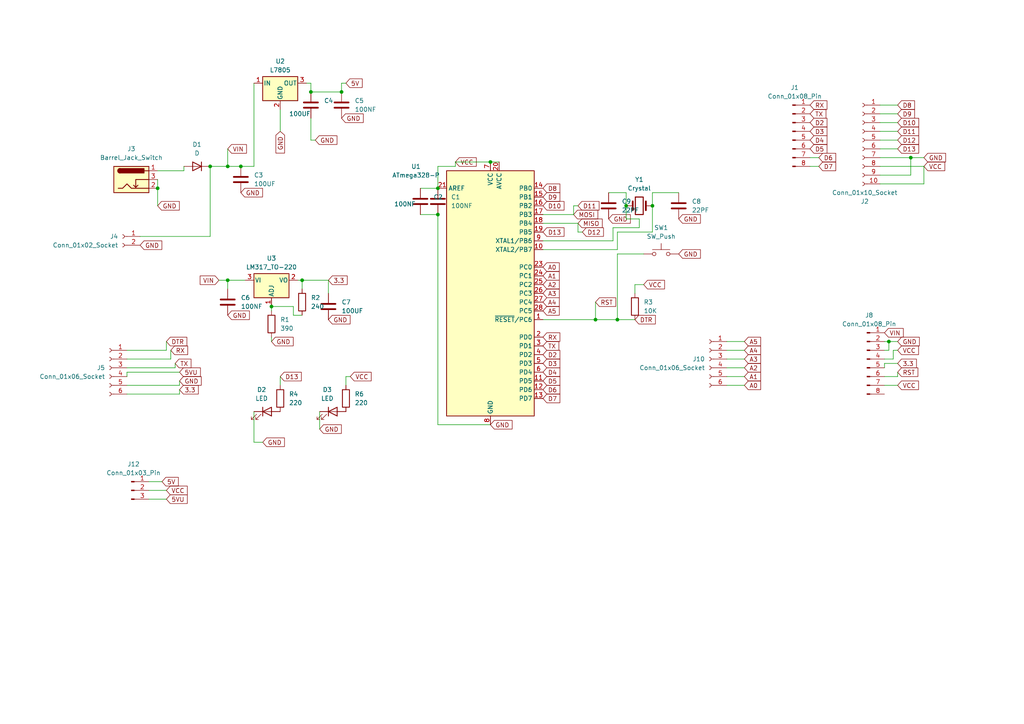
<source format=kicad_sch>
(kicad_sch
	(version 20231120)
	(generator "eeschema")
	(generator_version "8.0")
	(uuid "2bd8c3f7-8511-45e7-9236-86696c71c10d")
	(paper "A4")
	(lib_symbols
		(symbol "Connector:Barrel_Jack_Switch"
			(pin_names hide)
			(exclude_from_sim no)
			(in_bom yes)
			(on_board yes)
			(property "Reference" "J"
				(at 0 5.334 0)
				(effects
					(font
						(size 1.27 1.27)
					)
				)
			)
			(property "Value" "Barrel_Jack_Switch"
				(at 0 -5.08 0)
				(effects
					(font
						(size 1.27 1.27)
					)
				)
			)
			(property "Footprint" ""
				(at 1.27 -1.016 0)
				(effects
					(font
						(size 1.27 1.27)
					)
					(hide yes)
				)
			)
			(property "Datasheet" "~"
				(at 1.27 -1.016 0)
				(effects
					(font
						(size 1.27 1.27)
					)
					(hide yes)
				)
			)
			(property "Description" "DC Barrel Jack with an internal switch"
				(at 0 0 0)
				(effects
					(font
						(size 1.27 1.27)
					)
					(hide yes)
				)
			)
			(property "ki_keywords" "DC power barrel jack connector"
				(at 0 0 0)
				(effects
					(font
						(size 1.27 1.27)
					)
					(hide yes)
				)
			)
			(property "ki_fp_filters" "BarrelJack*"
				(at 0 0 0)
				(effects
					(font
						(size 1.27 1.27)
					)
					(hide yes)
				)
			)
			(symbol "Barrel_Jack_Switch_0_1"
				(rectangle
					(start -5.08 3.81)
					(end 5.08 -3.81)
					(stroke
						(width 0.254)
						(type default)
					)
					(fill
						(type background)
					)
				)
				(arc
					(start -3.302 3.175)
					(mid -3.9343 2.54)
					(end -3.302 1.905)
					(stroke
						(width 0.254)
						(type default)
					)
					(fill
						(type none)
					)
				)
				(arc
					(start -3.302 3.175)
					(mid -3.9343 2.54)
					(end -3.302 1.905)
					(stroke
						(width 0.254)
						(type default)
					)
					(fill
						(type outline)
					)
				)
				(polyline
					(pts
						(xy 1.27 -2.286) (xy 1.905 -1.651)
					)
					(stroke
						(width 0.254)
						(type default)
					)
					(fill
						(type none)
					)
				)
				(polyline
					(pts
						(xy 5.08 2.54) (xy 3.81 2.54)
					)
					(stroke
						(width 0.254)
						(type default)
					)
					(fill
						(type none)
					)
				)
				(polyline
					(pts
						(xy 5.08 0) (xy 1.27 0) (xy 1.27 -2.286) (xy 0.635 -1.651)
					)
					(stroke
						(width 0.254)
						(type default)
					)
					(fill
						(type none)
					)
				)
				(polyline
					(pts
						(xy -3.81 -2.54) (xy -2.54 -2.54) (xy -1.27 -1.27) (xy 0 -2.54) (xy 2.54 -2.54) (xy 5.08 -2.54)
					)
					(stroke
						(width 0.254)
						(type default)
					)
					(fill
						(type none)
					)
				)
				(rectangle
					(start 3.683 3.175)
					(end -3.302 1.905)
					(stroke
						(width 0.254)
						(type default)
					)
					(fill
						(type outline)
					)
				)
			)
			(symbol "Barrel_Jack_Switch_1_1"
				(pin passive line
					(at 7.62 2.54 180)
					(length 2.54)
					(name "~"
						(effects
							(font
								(size 1.27 1.27)
							)
						)
					)
					(number "1"
						(effects
							(font
								(size 1.27 1.27)
							)
						)
					)
				)
				(pin passive line
					(at 7.62 -2.54 180)
					(length 2.54)
					(name "~"
						(effects
							(font
								(size 1.27 1.27)
							)
						)
					)
					(number "2"
						(effects
							(font
								(size 1.27 1.27)
							)
						)
					)
				)
				(pin passive line
					(at 7.62 0 180)
					(length 2.54)
					(name "~"
						(effects
							(font
								(size 1.27 1.27)
							)
						)
					)
					(number "3"
						(effects
							(font
								(size 1.27 1.27)
							)
						)
					)
				)
			)
		)
		(symbol "Connector:Conn_01x02_Socket"
			(pin_names
				(offset 1.016) hide)
			(exclude_from_sim no)
			(in_bom yes)
			(on_board yes)
			(property "Reference" "J"
				(at 0 2.54 0)
				(effects
					(font
						(size 1.27 1.27)
					)
				)
			)
			(property "Value" "Conn_01x02_Socket"
				(at 0 -5.08 0)
				(effects
					(font
						(size 1.27 1.27)
					)
				)
			)
			(property "Footprint" ""
				(at 0 0 0)
				(effects
					(font
						(size 1.27 1.27)
					)
					(hide yes)
				)
			)
			(property "Datasheet" "~"
				(at 0 0 0)
				(effects
					(font
						(size 1.27 1.27)
					)
					(hide yes)
				)
			)
			(property "Description" "Generic connector, single row, 01x02, script generated"
				(at 0 0 0)
				(effects
					(font
						(size 1.27 1.27)
					)
					(hide yes)
				)
			)
			(property "ki_locked" ""
				(at 0 0 0)
				(effects
					(font
						(size 1.27 1.27)
					)
				)
			)
			(property "ki_keywords" "connector"
				(at 0 0 0)
				(effects
					(font
						(size 1.27 1.27)
					)
					(hide yes)
				)
			)
			(property "ki_fp_filters" "Connector*:*_1x??_*"
				(at 0 0 0)
				(effects
					(font
						(size 1.27 1.27)
					)
					(hide yes)
				)
			)
			(symbol "Conn_01x02_Socket_1_1"
				(arc
					(start 0 -2.032)
					(mid -0.5058 -2.54)
					(end 0 -3.048)
					(stroke
						(width 0.1524)
						(type default)
					)
					(fill
						(type none)
					)
				)
				(polyline
					(pts
						(xy -1.27 -2.54) (xy -0.508 -2.54)
					)
					(stroke
						(width 0.1524)
						(type default)
					)
					(fill
						(type none)
					)
				)
				(polyline
					(pts
						(xy -1.27 0) (xy -0.508 0)
					)
					(stroke
						(width 0.1524)
						(type default)
					)
					(fill
						(type none)
					)
				)
				(arc
					(start 0 0.508)
					(mid -0.5058 0)
					(end 0 -0.508)
					(stroke
						(width 0.1524)
						(type default)
					)
					(fill
						(type none)
					)
				)
				(pin passive line
					(at -5.08 0 0)
					(length 3.81)
					(name "Pin_1"
						(effects
							(font
								(size 1.27 1.27)
							)
						)
					)
					(number "1"
						(effects
							(font
								(size 1.27 1.27)
							)
						)
					)
				)
				(pin passive line
					(at -5.08 -2.54 0)
					(length 3.81)
					(name "Pin_2"
						(effects
							(font
								(size 1.27 1.27)
							)
						)
					)
					(number "2"
						(effects
							(font
								(size 1.27 1.27)
							)
						)
					)
				)
			)
		)
		(symbol "Connector:Conn_01x03_Pin"
			(pin_names
				(offset 1.016) hide)
			(exclude_from_sim no)
			(in_bom yes)
			(on_board yes)
			(property "Reference" "J"
				(at 0 5.08 0)
				(effects
					(font
						(size 1.27 1.27)
					)
				)
			)
			(property "Value" "Conn_01x03_Pin"
				(at 0 -5.08 0)
				(effects
					(font
						(size 1.27 1.27)
					)
				)
			)
			(property "Footprint" ""
				(at 0 0 0)
				(effects
					(font
						(size 1.27 1.27)
					)
					(hide yes)
				)
			)
			(property "Datasheet" "~"
				(at 0 0 0)
				(effects
					(font
						(size 1.27 1.27)
					)
					(hide yes)
				)
			)
			(property "Description" "Generic connector, single row, 01x03, script generated"
				(at 0 0 0)
				(effects
					(font
						(size 1.27 1.27)
					)
					(hide yes)
				)
			)
			(property "ki_locked" ""
				(at 0 0 0)
				(effects
					(font
						(size 1.27 1.27)
					)
				)
			)
			(property "ki_keywords" "connector"
				(at 0 0 0)
				(effects
					(font
						(size 1.27 1.27)
					)
					(hide yes)
				)
			)
			(property "ki_fp_filters" "Connector*:*_1x??_*"
				(at 0 0 0)
				(effects
					(font
						(size 1.27 1.27)
					)
					(hide yes)
				)
			)
			(symbol "Conn_01x03_Pin_1_1"
				(polyline
					(pts
						(xy 1.27 -2.54) (xy 0.8636 -2.54)
					)
					(stroke
						(width 0.1524)
						(type default)
					)
					(fill
						(type none)
					)
				)
				(polyline
					(pts
						(xy 1.27 0) (xy 0.8636 0)
					)
					(stroke
						(width 0.1524)
						(type default)
					)
					(fill
						(type none)
					)
				)
				(polyline
					(pts
						(xy 1.27 2.54) (xy 0.8636 2.54)
					)
					(stroke
						(width 0.1524)
						(type default)
					)
					(fill
						(type none)
					)
				)
				(rectangle
					(start 0.8636 -2.413)
					(end 0 -2.667)
					(stroke
						(width 0.1524)
						(type default)
					)
					(fill
						(type outline)
					)
				)
				(rectangle
					(start 0.8636 0.127)
					(end 0 -0.127)
					(stroke
						(width 0.1524)
						(type default)
					)
					(fill
						(type outline)
					)
				)
				(rectangle
					(start 0.8636 2.667)
					(end 0 2.413)
					(stroke
						(width 0.1524)
						(type default)
					)
					(fill
						(type outline)
					)
				)
				(pin passive line
					(at 5.08 2.54 180)
					(length 3.81)
					(name "Pin_1"
						(effects
							(font
								(size 1.27 1.27)
							)
						)
					)
					(number "1"
						(effects
							(font
								(size 1.27 1.27)
							)
						)
					)
				)
				(pin passive line
					(at 5.08 0 180)
					(length 3.81)
					(name "Pin_2"
						(effects
							(font
								(size 1.27 1.27)
							)
						)
					)
					(number "2"
						(effects
							(font
								(size 1.27 1.27)
							)
						)
					)
				)
				(pin passive line
					(at 5.08 -2.54 180)
					(length 3.81)
					(name "Pin_3"
						(effects
							(font
								(size 1.27 1.27)
							)
						)
					)
					(number "3"
						(effects
							(font
								(size 1.27 1.27)
							)
						)
					)
				)
			)
		)
		(symbol "Connector:Conn_01x06_Socket"
			(pin_names
				(offset 1.016) hide)
			(exclude_from_sim no)
			(in_bom yes)
			(on_board yes)
			(property "Reference" "J"
				(at 0 7.62 0)
				(effects
					(font
						(size 1.27 1.27)
					)
				)
			)
			(property "Value" "Conn_01x06_Socket"
				(at 0 -10.16 0)
				(effects
					(font
						(size 1.27 1.27)
					)
				)
			)
			(property "Footprint" ""
				(at 0 0 0)
				(effects
					(font
						(size 1.27 1.27)
					)
					(hide yes)
				)
			)
			(property "Datasheet" "~"
				(at 0 0 0)
				(effects
					(font
						(size 1.27 1.27)
					)
					(hide yes)
				)
			)
			(property "Description" "Generic connector, single row, 01x06, script generated"
				(at 0 0 0)
				(effects
					(font
						(size 1.27 1.27)
					)
					(hide yes)
				)
			)
			(property "ki_locked" ""
				(at 0 0 0)
				(effects
					(font
						(size 1.27 1.27)
					)
				)
			)
			(property "ki_keywords" "connector"
				(at 0 0 0)
				(effects
					(font
						(size 1.27 1.27)
					)
					(hide yes)
				)
			)
			(property "ki_fp_filters" "Connector*:*_1x??_*"
				(at 0 0 0)
				(effects
					(font
						(size 1.27 1.27)
					)
					(hide yes)
				)
			)
			(symbol "Conn_01x06_Socket_1_1"
				(arc
					(start 0 -7.112)
					(mid -0.5058 -7.62)
					(end 0 -8.128)
					(stroke
						(width 0.1524)
						(type default)
					)
					(fill
						(type none)
					)
				)
				(arc
					(start 0 -4.572)
					(mid -0.5058 -5.08)
					(end 0 -5.588)
					(stroke
						(width 0.1524)
						(type default)
					)
					(fill
						(type none)
					)
				)
				(arc
					(start 0 -2.032)
					(mid -0.5058 -2.54)
					(end 0 -3.048)
					(stroke
						(width 0.1524)
						(type default)
					)
					(fill
						(type none)
					)
				)
				(polyline
					(pts
						(xy -1.27 -7.62) (xy -0.508 -7.62)
					)
					(stroke
						(width 0.1524)
						(type default)
					)
					(fill
						(type none)
					)
				)
				(polyline
					(pts
						(xy -1.27 -5.08) (xy -0.508 -5.08)
					)
					(stroke
						(width 0.1524)
						(type default)
					)
					(fill
						(type none)
					)
				)
				(polyline
					(pts
						(xy -1.27 -2.54) (xy -0.508 -2.54)
					)
					(stroke
						(width 0.1524)
						(type default)
					)
					(fill
						(type none)
					)
				)
				(polyline
					(pts
						(xy -1.27 0) (xy -0.508 0)
					)
					(stroke
						(width 0.1524)
						(type default)
					)
					(fill
						(type none)
					)
				)
				(polyline
					(pts
						(xy -1.27 2.54) (xy -0.508 2.54)
					)
					(stroke
						(width 0.1524)
						(type default)
					)
					(fill
						(type none)
					)
				)
				(polyline
					(pts
						(xy -1.27 5.08) (xy -0.508 5.08)
					)
					(stroke
						(width 0.1524)
						(type default)
					)
					(fill
						(type none)
					)
				)
				(arc
					(start 0 0.508)
					(mid -0.5058 0)
					(end 0 -0.508)
					(stroke
						(width 0.1524)
						(type default)
					)
					(fill
						(type none)
					)
				)
				(arc
					(start 0 3.048)
					(mid -0.5058 2.54)
					(end 0 2.032)
					(stroke
						(width 0.1524)
						(type default)
					)
					(fill
						(type none)
					)
				)
				(arc
					(start 0 5.588)
					(mid -0.5058 5.08)
					(end 0 4.572)
					(stroke
						(width 0.1524)
						(type default)
					)
					(fill
						(type none)
					)
				)
				(pin passive line
					(at -5.08 5.08 0)
					(length 3.81)
					(name "Pin_1"
						(effects
							(font
								(size 1.27 1.27)
							)
						)
					)
					(number "1"
						(effects
							(font
								(size 1.27 1.27)
							)
						)
					)
				)
				(pin passive line
					(at -5.08 2.54 0)
					(length 3.81)
					(name "Pin_2"
						(effects
							(font
								(size 1.27 1.27)
							)
						)
					)
					(number "2"
						(effects
							(font
								(size 1.27 1.27)
							)
						)
					)
				)
				(pin passive line
					(at -5.08 0 0)
					(length 3.81)
					(name "Pin_3"
						(effects
							(font
								(size 1.27 1.27)
							)
						)
					)
					(number "3"
						(effects
							(font
								(size 1.27 1.27)
							)
						)
					)
				)
				(pin passive line
					(at -5.08 -2.54 0)
					(length 3.81)
					(name "Pin_4"
						(effects
							(font
								(size 1.27 1.27)
							)
						)
					)
					(number "4"
						(effects
							(font
								(size 1.27 1.27)
							)
						)
					)
				)
				(pin passive line
					(at -5.08 -5.08 0)
					(length 3.81)
					(name "Pin_5"
						(effects
							(font
								(size 1.27 1.27)
							)
						)
					)
					(number "5"
						(effects
							(font
								(size 1.27 1.27)
							)
						)
					)
				)
				(pin passive line
					(at -5.08 -7.62 0)
					(length 3.81)
					(name "Pin_6"
						(effects
							(font
								(size 1.27 1.27)
							)
						)
					)
					(number "6"
						(effects
							(font
								(size 1.27 1.27)
							)
						)
					)
				)
			)
		)
		(symbol "Connector:Conn_01x08_Pin"
			(pin_names
				(offset 1.016) hide)
			(exclude_from_sim no)
			(in_bom yes)
			(on_board yes)
			(property "Reference" "J"
				(at 0 10.16 0)
				(effects
					(font
						(size 1.27 1.27)
					)
				)
			)
			(property "Value" "Conn_01x08_Pin"
				(at 0 -12.7 0)
				(effects
					(font
						(size 1.27 1.27)
					)
				)
			)
			(property "Footprint" ""
				(at 0 0 0)
				(effects
					(font
						(size 1.27 1.27)
					)
					(hide yes)
				)
			)
			(property "Datasheet" "~"
				(at 0 0 0)
				(effects
					(font
						(size 1.27 1.27)
					)
					(hide yes)
				)
			)
			(property "Description" "Generic connector, single row, 01x08, script generated"
				(at 0 0 0)
				(effects
					(font
						(size 1.27 1.27)
					)
					(hide yes)
				)
			)
			(property "ki_locked" ""
				(at 0 0 0)
				(effects
					(font
						(size 1.27 1.27)
					)
				)
			)
			(property "ki_keywords" "connector"
				(at 0 0 0)
				(effects
					(font
						(size 1.27 1.27)
					)
					(hide yes)
				)
			)
			(property "ki_fp_filters" "Connector*:*_1x??_*"
				(at 0 0 0)
				(effects
					(font
						(size 1.27 1.27)
					)
					(hide yes)
				)
			)
			(symbol "Conn_01x08_Pin_1_1"
				(polyline
					(pts
						(xy 1.27 -10.16) (xy 0.8636 -10.16)
					)
					(stroke
						(width 0.1524)
						(type default)
					)
					(fill
						(type none)
					)
				)
				(polyline
					(pts
						(xy 1.27 -7.62) (xy 0.8636 -7.62)
					)
					(stroke
						(width 0.1524)
						(type default)
					)
					(fill
						(type none)
					)
				)
				(polyline
					(pts
						(xy 1.27 -5.08) (xy 0.8636 -5.08)
					)
					(stroke
						(width 0.1524)
						(type default)
					)
					(fill
						(type none)
					)
				)
				(polyline
					(pts
						(xy 1.27 -2.54) (xy 0.8636 -2.54)
					)
					(stroke
						(width 0.1524)
						(type default)
					)
					(fill
						(type none)
					)
				)
				(polyline
					(pts
						(xy 1.27 0) (xy 0.8636 0)
					)
					(stroke
						(width 0.1524)
						(type default)
					)
					(fill
						(type none)
					)
				)
				(polyline
					(pts
						(xy 1.27 2.54) (xy 0.8636 2.54)
					)
					(stroke
						(width 0.1524)
						(type default)
					)
					(fill
						(type none)
					)
				)
				(polyline
					(pts
						(xy 1.27 5.08) (xy 0.8636 5.08)
					)
					(stroke
						(width 0.1524)
						(type default)
					)
					(fill
						(type none)
					)
				)
				(polyline
					(pts
						(xy 1.27 7.62) (xy 0.8636 7.62)
					)
					(stroke
						(width 0.1524)
						(type default)
					)
					(fill
						(type none)
					)
				)
				(rectangle
					(start 0.8636 -10.033)
					(end 0 -10.287)
					(stroke
						(width 0.1524)
						(type default)
					)
					(fill
						(type outline)
					)
				)
				(rectangle
					(start 0.8636 -7.493)
					(end 0 -7.747)
					(stroke
						(width 0.1524)
						(type default)
					)
					(fill
						(type outline)
					)
				)
				(rectangle
					(start 0.8636 -4.953)
					(end 0 -5.207)
					(stroke
						(width 0.1524)
						(type default)
					)
					(fill
						(type outline)
					)
				)
				(rectangle
					(start 0.8636 -2.413)
					(end 0 -2.667)
					(stroke
						(width 0.1524)
						(type default)
					)
					(fill
						(type outline)
					)
				)
				(rectangle
					(start 0.8636 0.127)
					(end 0 -0.127)
					(stroke
						(width 0.1524)
						(type default)
					)
					(fill
						(type outline)
					)
				)
				(rectangle
					(start 0.8636 2.667)
					(end 0 2.413)
					(stroke
						(width 0.1524)
						(type default)
					)
					(fill
						(type outline)
					)
				)
				(rectangle
					(start 0.8636 5.207)
					(end 0 4.953)
					(stroke
						(width 0.1524)
						(type default)
					)
					(fill
						(type outline)
					)
				)
				(rectangle
					(start 0.8636 7.747)
					(end 0 7.493)
					(stroke
						(width 0.1524)
						(type default)
					)
					(fill
						(type outline)
					)
				)
				(pin passive line
					(at 5.08 7.62 180)
					(length 3.81)
					(name "Pin_1"
						(effects
							(font
								(size 1.27 1.27)
							)
						)
					)
					(number "1"
						(effects
							(font
								(size 1.27 1.27)
							)
						)
					)
				)
				(pin passive line
					(at 5.08 5.08 180)
					(length 3.81)
					(name "Pin_2"
						(effects
							(font
								(size 1.27 1.27)
							)
						)
					)
					(number "2"
						(effects
							(font
								(size 1.27 1.27)
							)
						)
					)
				)
				(pin passive line
					(at 5.08 2.54 180)
					(length 3.81)
					(name "Pin_3"
						(effects
							(font
								(size 1.27 1.27)
							)
						)
					)
					(number "3"
						(effects
							(font
								(size 1.27 1.27)
							)
						)
					)
				)
				(pin passive line
					(at 5.08 0 180)
					(length 3.81)
					(name "Pin_4"
						(effects
							(font
								(size 1.27 1.27)
							)
						)
					)
					(number "4"
						(effects
							(font
								(size 1.27 1.27)
							)
						)
					)
				)
				(pin passive line
					(at 5.08 -2.54 180)
					(length 3.81)
					(name "Pin_5"
						(effects
							(font
								(size 1.27 1.27)
							)
						)
					)
					(number "5"
						(effects
							(font
								(size 1.27 1.27)
							)
						)
					)
				)
				(pin passive line
					(at 5.08 -5.08 180)
					(length 3.81)
					(name "Pin_6"
						(effects
							(font
								(size 1.27 1.27)
							)
						)
					)
					(number "6"
						(effects
							(font
								(size 1.27 1.27)
							)
						)
					)
				)
				(pin passive line
					(at 5.08 -7.62 180)
					(length 3.81)
					(name "Pin_7"
						(effects
							(font
								(size 1.27 1.27)
							)
						)
					)
					(number "7"
						(effects
							(font
								(size 1.27 1.27)
							)
						)
					)
				)
				(pin passive line
					(at 5.08 -10.16 180)
					(length 3.81)
					(name "Pin_8"
						(effects
							(font
								(size 1.27 1.27)
							)
						)
					)
					(number "8"
						(effects
							(font
								(size 1.27 1.27)
							)
						)
					)
				)
			)
		)
		(symbol "Connector:Conn_01x10_Socket"
			(pin_names
				(offset 1.016) hide)
			(exclude_from_sim no)
			(in_bom yes)
			(on_board yes)
			(property "Reference" "J"
				(at 0 12.7 0)
				(effects
					(font
						(size 1.27 1.27)
					)
				)
			)
			(property "Value" "Conn_01x10_Socket"
				(at 0 -15.24 0)
				(effects
					(font
						(size 1.27 1.27)
					)
				)
			)
			(property "Footprint" ""
				(at 0 0 0)
				(effects
					(font
						(size 1.27 1.27)
					)
					(hide yes)
				)
			)
			(property "Datasheet" "~"
				(at 0 0 0)
				(effects
					(font
						(size 1.27 1.27)
					)
					(hide yes)
				)
			)
			(property "Description" "Generic connector, single row, 01x10, script generated"
				(at 0 0 0)
				(effects
					(font
						(size 1.27 1.27)
					)
					(hide yes)
				)
			)
			(property "ki_locked" ""
				(at 0 0 0)
				(effects
					(font
						(size 1.27 1.27)
					)
				)
			)
			(property "ki_keywords" "connector"
				(at 0 0 0)
				(effects
					(font
						(size 1.27 1.27)
					)
					(hide yes)
				)
			)
			(property "ki_fp_filters" "Connector*:*_1x??_*"
				(at 0 0 0)
				(effects
					(font
						(size 1.27 1.27)
					)
					(hide yes)
				)
			)
			(symbol "Conn_01x10_Socket_1_1"
				(arc
					(start 0 -12.192)
					(mid -0.5058 -12.7)
					(end 0 -13.208)
					(stroke
						(width 0.1524)
						(type default)
					)
					(fill
						(type none)
					)
				)
				(arc
					(start 0 -9.652)
					(mid -0.5058 -10.16)
					(end 0 -10.668)
					(stroke
						(width 0.1524)
						(type default)
					)
					(fill
						(type none)
					)
				)
				(arc
					(start 0 -7.112)
					(mid -0.5058 -7.62)
					(end 0 -8.128)
					(stroke
						(width 0.1524)
						(type default)
					)
					(fill
						(type none)
					)
				)
				(arc
					(start 0 -4.572)
					(mid -0.5058 -5.08)
					(end 0 -5.588)
					(stroke
						(width 0.1524)
						(type default)
					)
					(fill
						(type none)
					)
				)
				(arc
					(start 0 -2.032)
					(mid -0.5058 -2.54)
					(end 0 -3.048)
					(stroke
						(width 0.1524)
						(type default)
					)
					(fill
						(type none)
					)
				)
				(polyline
					(pts
						(xy -1.27 -12.7) (xy -0.508 -12.7)
					)
					(stroke
						(width 0.1524)
						(type default)
					)
					(fill
						(type none)
					)
				)
				(polyline
					(pts
						(xy -1.27 -10.16) (xy -0.508 -10.16)
					)
					(stroke
						(width 0.1524)
						(type default)
					)
					(fill
						(type none)
					)
				)
				(polyline
					(pts
						(xy -1.27 -7.62) (xy -0.508 -7.62)
					)
					(stroke
						(width 0.1524)
						(type default)
					)
					(fill
						(type none)
					)
				)
				(polyline
					(pts
						(xy -1.27 -5.08) (xy -0.508 -5.08)
					)
					(stroke
						(width 0.1524)
						(type default)
					)
					(fill
						(type none)
					)
				)
				(polyline
					(pts
						(xy -1.27 -2.54) (xy -0.508 -2.54)
					)
					(stroke
						(width 0.1524)
						(type default)
					)
					(fill
						(type none)
					)
				)
				(polyline
					(pts
						(xy -1.27 0) (xy -0.508 0)
					)
					(stroke
						(width 0.1524)
						(type default)
					)
					(fill
						(type none)
					)
				)
				(polyline
					(pts
						(xy -1.27 2.54) (xy -0.508 2.54)
					)
					(stroke
						(width 0.1524)
						(type default)
					)
					(fill
						(type none)
					)
				)
				(polyline
					(pts
						(xy -1.27 5.08) (xy -0.508 5.08)
					)
					(stroke
						(width 0.1524)
						(type default)
					)
					(fill
						(type none)
					)
				)
				(polyline
					(pts
						(xy -1.27 7.62) (xy -0.508 7.62)
					)
					(stroke
						(width 0.1524)
						(type default)
					)
					(fill
						(type none)
					)
				)
				(polyline
					(pts
						(xy -1.27 10.16) (xy -0.508 10.16)
					)
					(stroke
						(width 0.1524)
						(type default)
					)
					(fill
						(type none)
					)
				)
				(arc
					(start 0 0.508)
					(mid -0.5058 0)
					(end 0 -0.508)
					(stroke
						(width 0.1524)
						(type default)
					)
					(fill
						(type none)
					)
				)
				(arc
					(start 0 3.048)
					(mid -0.5058 2.54)
					(end 0 2.032)
					(stroke
						(width 0.1524)
						(type default)
					)
					(fill
						(type none)
					)
				)
				(arc
					(start 0 5.588)
					(mid -0.5058 5.08)
					(end 0 4.572)
					(stroke
						(width 0.1524)
						(type default)
					)
					(fill
						(type none)
					)
				)
				(arc
					(start 0 8.128)
					(mid -0.5058 7.62)
					(end 0 7.112)
					(stroke
						(width 0.1524)
						(type default)
					)
					(fill
						(type none)
					)
				)
				(arc
					(start 0 10.668)
					(mid -0.5058 10.16)
					(end 0 9.652)
					(stroke
						(width 0.1524)
						(type default)
					)
					(fill
						(type none)
					)
				)
				(pin passive line
					(at -5.08 10.16 0)
					(length 3.81)
					(name "Pin_1"
						(effects
							(font
								(size 1.27 1.27)
							)
						)
					)
					(number "1"
						(effects
							(font
								(size 1.27 1.27)
							)
						)
					)
				)
				(pin passive line
					(at -5.08 -12.7 0)
					(length 3.81)
					(name "Pin_10"
						(effects
							(font
								(size 1.27 1.27)
							)
						)
					)
					(number "10"
						(effects
							(font
								(size 1.27 1.27)
							)
						)
					)
				)
				(pin passive line
					(at -5.08 7.62 0)
					(length 3.81)
					(name "Pin_2"
						(effects
							(font
								(size 1.27 1.27)
							)
						)
					)
					(number "2"
						(effects
							(font
								(size 1.27 1.27)
							)
						)
					)
				)
				(pin passive line
					(at -5.08 5.08 0)
					(length 3.81)
					(name "Pin_3"
						(effects
							(font
								(size 1.27 1.27)
							)
						)
					)
					(number "3"
						(effects
							(font
								(size 1.27 1.27)
							)
						)
					)
				)
				(pin passive line
					(at -5.08 2.54 0)
					(length 3.81)
					(name "Pin_4"
						(effects
							(font
								(size 1.27 1.27)
							)
						)
					)
					(number "4"
						(effects
							(font
								(size 1.27 1.27)
							)
						)
					)
				)
				(pin passive line
					(at -5.08 0 0)
					(length 3.81)
					(name "Pin_5"
						(effects
							(font
								(size 1.27 1.27)
							)
						)
					)
					(number "5"
						(effects
							(font
								(size 1.27 1.27)
							)
						)
					)
				)
				(pin passive line
					(at -5.08 -2.54 0)
					(length 3.81)
					(name "Pin_6"
						(effects
							(font
								(size 1.27 1.27)
							)
						)
					)
					(number "6"
						(effects
							(font
								(size 1.27 1.27)
							)
						)
					)
				)
				(pin passive line
					(at -5.08 -5.08 0)
					(length 3.81)
					(name "Pin_7"
						(effects
							(font
								(size 1.27 1.27)
							)
						)
					)
					(number "7"
						(effects
							(font
								(size 1.27 1.27)
							)
						)
					)
				)
				(pin passive line
					(at -5.08 -7.62 0)
					(length 3.81)
					(name "Pin_8"
						(effects
							(font
								(size 1.27 1.27)
							)
						)
					)
					(number "8"
						(effects
							(font
								(size 1.27 1.27)
							)
						)
					)
				)
				(pin passive line
					(at -5.08 -10.16 0)
					(length 3.81)
					(name "Pin_9"
						(effects
							(font
								(size 1.27 1.27)
							)
						)
					)
					(number "9"
						(effects
							(font
								(size 1.27 1.27)
							)
						)
					)
				)
			)
		)
		(symbol "Device:C"
			(pin_numbers hide)
			(pin_names
				(offset 0.254)
			)
			(exclude_from_sim no)
			(in_bom yes)
			(on_board yes)
			(property "Reference" "C"
				(at 0.635 2.54 0)
				(effects
					(font
						(size 1.27 1.27)
					)
					(justify left)
				)
			)
			(property "Value" "C"
				(at 0.635 -2.54 0)
				(effects
					(font
						(size 1.27 1.27)
					)
					(justify left)
				)
			)
			(property "Footprint" ""
				(at 0.9652 -3.81 0)
				(effects
					(font
						(size 1.27 1.27)
					)
					(hide yes)
				)
			)
			(property "Datasheet" "~"
				(at 0 0 0)
				(effects
					(font
						(size 1.27 1.27)
					)
					(hide yes)
				)
			)
			(property "Description" "Unpolarized capacitor"
				(at 0 0 0)
				(effects
					(font
						(size 1.27 1.27)
					)
					(hide yes)
				)
			)
			(property "ki_keywords" "cap capacitor"
				(at 0 0 0)
				(effects
					(font
						(size 1.27 1.27)
					)
					(hide yes)
				)
			)
			(property "ki_fp_filters" "C_*"
				(at 0 0 0)
				(effects
					(font
						(size 1.27 1.27)
					)
					(hide yes)
				)
			)
			(symbol "C_0_1"
				(polyline
					(pts
						(xy -2.032 -0.762) (xy 2.032 -0.762)
					)
					(stroke
						(width 0.508)
						(type default)
					)
					(fill
						(type none)
					)
				)
				(polyline
					(pts
						(xy -2.032 0.762) (xy 2.032 0.762)
					)
					(stroke
						(width 0.508)
						(type default)
					)
					(fill
						(type none)
					)
				)
			)
			(symbol "C_1_1"
				(pin passive line
					(at 0 3.81 270)
					(length 2.794)
					(name "~"
						(effects
							(font
								(size 1.27 1.27)
							)
						)
					)
					(number "1"
						(effects
							(font
								(size 1.27 1.27)
							)
						)
					)
				)
				(pin passive line
					(at 0 -3.81 90)
					(length 2.794)
					(name "~"
						(effects
							(font
								(size 1.27 1.27)
							)
						)
					)
					(number "2"
						(effects
							(font
								(size 1.27 1.27)
							)
						)
					)
				)
			)
		)
		(symbol "Device:Crystal"
			(pin_numbers hide)
			(pin_names
				(offset 1.016) hide)
			(exclude_from_sim no)
			(in_bom yes)
			(on_board yes)
			(property "Reference" "Y"
				(at 0 3.81 0)
				(effects
					(font
						(size 1.27 1.27)
					)
				)
			)
			(property "Value" "Crystal"
				(at 0 -3.81 0)
				(effects
					(font
						(size 1.27 1.27)
					)
				)
			)
			(property "Footprint" ""
				(at 0 0 0)
				(effects
					(font
						(size 1.27 1.27)
					)
					(hide yes)
				)
			)
			(property "Datasheet" "~"
				(at 0 0 0)
				(effects
					(font
						(size 1.27 1.27)
					)
					(hide yes)
				)
			)
			(property "Description" "Two pin crystal"
				(at 0 0 0)
				(effects
					(font
						(size 1.27 1.27)
					)
					(hide yes)
				)
			)
			(property "ki_keywords" "quartz ceramic resonator oscillator"
				(at 0 0 0)
				(effects
					(font
						(size 1.27 1.27)
					)
					(hide yes)
				)
			)
			(property "ki_fp_filters" "Crystal*"
				(at 0 0 0)
				(effects
					(font
						(size 1.27 1.27)
					)
					(hide yes)
				)
			)
			(symbol "Crystal_0_1"
				(rectangle
					(start -1.143 2.54)
					(end 1.143 -2.54)
					(stroke
						(width 0.3048)
						(type default)
					)
					(fill
						(type none)
					)
				)
				(polyline
					(pts
						(xy -2.54 0) (xy -1.905 0)
					)
					(stroke
						(width 0)
						(type default)
					)
					(fill
						(type none)
					)
				)
				(polyline
					(pts
						(xy -1.905 -1.27) (xy -1.905 1.27)
					)
					(stroke
						(width 0.508)
						(type default)
					)
					(fill
						(type none)
					)
				)
				(polyline
					(pts
						(xy 1.905 -1.27) (xy 1.905 1.27)
					)
					(stroke
						(width 0.508)
						(type default)
					)
					(fill
						(type none)
					)
				)
				(polyline
					(pts
						(xy 2.54 0) (xy 1.905 0)
					)
					(stroke
						(width 0)
						(type default)
					)
					(fill
						(type none)
					)
				)
			)
			(symbol "Crystal_1_1"
				(pin passive line
					(at -3.81 0 0)
					(length 1.27)
					(name "1"
						(effects
							(font
								(size 1.27 1.27)
							)
						)
					)
					(number "1"
						(effects
							(font
								(size 1.27 1.27)
							)
						)
					)
				)
				(pin passive line
					(at 3.81 0 180)
					(length 1.27)
					(name "2"
						(effects
							(font
								(size 1.27 1.27)
							)
						)
					)
					(number "2"
						(effects
							(font
								(size 1.27 1.27)
							)
						)
					)
				)
			)
		)
		(symbol "Device:D"
			(pin_numbers hide)
			(pin_names
				(offset 1.016) hide)
			(exclude_from_sim no)
			(in_bom yes)
			(on_board yes)
			(property "Reference" "D"
				(at 0 2.54 0)
				(effects
					(font
						(size 1.27 1.27)
					)
				)
			)
			(property "Value" "D"
				(at 0 -2.54 0)
				(effects
					(font
						(size 1.27 1.27)
					)
				)
			)
			(property "Footprint" ""
				(at 0 0 0)
				(effects
					(font
						(size 1.27 1.27)
					)
					(hide yes)
				)
			)
			(property "Datasheet" "~"
				(at 0 0 0)
				(effects
					(font
						(size 1.27 1.27)
					)
					(hide yes)
				)
			)
			(property "Description" "Diode"
				(at 0 0 0)
				(effects
					(font
						(size 1.27 1.27)
					)
					(hide yes)
				)
			)
			(property "Sim.Device" "D"
				(at 0 0 0)
				(effects
					(font
						(size 1.27 1.27)
					)
					(hide yes)
				)
			)
			(property "Sim.Pins" "1=K 2=A"
				(at 0 0 0)
				(effects
					(font
						(size 1.27 1.27)
					)
					(hide yes)
				)
			)
			(property "ki_keywords" "diode"
				(at 0 0 0)
				(effects
					(font
						(size 1.27 1.27)
					)
					(hide yes)
				)
			)
			(property "ki_fp_filters" "TO-???* *_Diode_* *SingleDiode* D_*"
				(at 0 0 0)
				(effects
					(font
						(size 1.27 1.27)
					)
					(hide yes)
				)
			)
			(symbol "D_0_1"
				(polyline
					(pts
						(xy -1.27 1.27) (xy -1.27 -1.27)
					)
					(stroke
						(width 0.254)
						(type default)
					)
					(fill
						(type none)
					)
				)
				(polyline
					(pts
						(xy 1.27 0) (xy -1.27 0)
					)
					(stroke
						(width 0)
						(type default)
					)
					(fill
						(type none)
					)
				)
				(polyline
					(pts
						(xy 1.27 1.27) (xy 1.27 -1.27) (xy -1.27 0) (xy 1.27 1.27)
					)
					(stroke
						(width 0.254)
						(type default)
					)
					(fill
						(type none)
					)
				)
			)
			(symbol "D_1_1"
				(pin passive line
					(at -3.81 0 0)
					(length 2.54)
					(name "K"
						(effects
							(font
								(size 1.27 1.27)
							)
						)
					)
					(number "1"
						(effects
							(font
								(size 1.27 1.27)
							)
						)
					)
				)
				(pin passive line
					(at 3.81 0 180)
					(length 2.54)
					(name "A"
						(effects
							(font
								(size 1.27 1.27)
							)
						)
					)
					(number "2"
						(effects
							(font
								(size 1.27 1.27)
							)
						)
					)
				)
			)
		)
		(symbol "Device:LED"
			(pin_numbers hide)
			(pin_names
				(offset 1.016) hide)
			(exclude_from_sim no)
			(in_bom yes)
			(on_board yes)
			(property "Reference" "D"
				(at 0 2.54 0)
				(effects
					(font
						(size 1.27 1.27)
					)
				)
			)
			(property "Value" "LED"
				(at 0 -2.54 0)
				(effects
					(font
						(size 1.27 1.27)
					)
				)
			)
			(property "Footprint" ""
				(at 0 0 0)
				(effects
					(font
						(size 1.27 1.27)
					)
					(hide yes)
				)
			)
			(property "Datasheet" "~"
				(at 0 0 0)
				(effects
					(font
						(size 1.27 1.27)
					)
					(hide yes)
				)
			)
			(property "Description" "Light emitting diode"
				(at 0 0 0)
				(effects
					(font
						(size 1.27 1.27)
					)
					(hide yes)
				)
			)
			(property "ki_keywords" "LED diode"
				(at 0 0 0)
				(effects
					(font
						(size 1.27 1.27)
					)
					(hide yes)
				)
			)
			(property "ki_fp_filters" "LED* LED_SMD:* LED_THT:*"
				(at 0 0 0)
				(effects
					(font
						(size 1.27 1.27)
					)
					(hide yes)
				)
			)
			(symbol "LED_0_1"
				(polyline
					(pts
						(xy -1.27 -1.27) (xy -1.27 1.27)
					)
					(stroke
						(width 0.254)
						(type default)
					)
					(fill
						(type none)
					)
				)
				(polyline
					(pts
						(xy -1.27 0) (xy 1.27 0)
					)
					(stroke
						(width 0)
						(type default)
					)
					(fill
						(type none)
					)
				)
				(polyline
					(pts
						(xy 1.27 -1.27) (xy 1.27 1.27) (xy -1.27 0) (xy 1.27 -1.27)
					)
					(stroke
						(width 0.254)
						(type default)
					)
					(fill
						(type none)
					)
				)
				(polyline
					(pts
						(xy -3.048 -0.762) (xy -4.572 -2.286) (xy -3.81 -2.286) (xy -4.572 -2.286) (xy -4.572 -1.524)
					)
					(stroke
						(width 0)
						(type default)
					)
					(fill
						(type none)
					)
				)
				(polyline
					(pts
						(xy -1.778 -0.762) (xy -3.302 -2.286) (xy -2.54 -2.286) (xy -3.302 -2.286) (xy -3.302 -1.524)
					)
					(stroke
						(width 0)
						(type default)
					)
					(fill
						(type none)
					)
				)
			)
			(symbol "LED_1_1"
				(pin passive line
					(at -3.81 0 0)
					(length 2.54)
					(name "K"
						(effects
							(font
								(size 1.27 1.27)
							)
						)
					)
					(number "1"
						(effects
							(font
								(size 1.27 1.27)
							)
						)
					)
				)
				(pin passive line
					(at 3.81 0 180)
					(length 2.54)
					(name "A"
						(effects
							(font
								(size 1.27 1.27)
							)
						)
					)
					(number "2"
						(effects
							(font
								(size 1.27 1.27)
							)
						)
					)
				)
			)
		)
		(symbol "Device:R"
			(pin_numbers hide)
			(pin_names
				(offset 0)
			)
			(exclude_from_sim no)
			(in_bom yes)
			(on_board yes)
			(property "Reference" "R"
				(at 2.032 0 90)
				(effects
					(font
						(size 1.27 1.27)
					)
				)
			)
			(property "Value" "R"
				(at 0 0 90)
				(effects
					(font
						(size 1.27 1.27)
					)
				)
			)
			(property "Footprint" ""
				(at -1.778 0 90)
				(effects
					(font
						(size 1.27 1.27)
					)
					(hide yes)
				)
			)
			(property "Datasheet" "~"
				(at 0 0 0)
				(effects
					(font
						(size 1.27 1.27)
					)
					(hide yes)
				)
			)
			(property "Description" "Resistor"
				(at 0 0 0)
				(effects
					(font
						(size 1.27 1.27)
					)
					(hide yes)
				)
			)
			(property "ki_keywords" "R res resistor"
				(at 0 0 0)
				(effects
					(font
						(size 1.27 1.27)
					)
					(hide yes)
				)
			)
			(property "ki_fp_filters" "R_*"
				(at 0 0 0)
				(effects
					(font
						(size 1.27 1.27)
					)
					(hide yes)
				)
			)
			(symbol "R_0_1"
				(rectangle
					(start -1.016 -2.54)
					(end 1.016 2.54)
					(stroke
						(width 0.254)
						(type default)
					)
					(fill
						(type none)
					)
				)
			)
			(symbol "R_1_1"
				(pin passive line
					(at 0 3.81 270)
					(length 1.27)
					(name "~"
						(effects
							(font
								(size 1.27 1.27)
							)
						)
					)
					(number "1"
						(effects
							(font
								(size 1.27 1.27)
							)
						)
					)
				)
				(pin passive line
					(at 0 -3.81 90)
					(length 1.27)
					(name "~"
						(effects
							(font
								(size 1.27 1.27)
							)
						)
					)
					(number "2"
						(effects
							(font
								(size 1.27 1.27)
							)
						)
					)
				)
			)
		)
		(symbol "MCU_Microchip_ATmega:ATmega328-P"
			(exclude_from_sim no)
			(in_bom yes)
			(on_board yes)
			(property "Reference" "U"
				(at -12.7 36.83 0)
				(effects
					(font
						(size 1.27 1.27)
					)
					(justify left bottom)
				)
			)
			(property "Value" "ATmega328-P"
				(at 2.54 -36.83 0)
				(effects
					(font
						(size 1.27 1.27)
					)
					(justify left top)
				)
			)
			(property "Footprint" "Package_DIP:DIP-28_W7.62mm"
				(at 0 0 0)
				(effects
					(font
						(size 1.27 1.27)
						(italic yes)
					)
					(hide yes)
				)
			)
			(property "Datasheet" "http://ww1.microchip.com/downloads/en/DeviceDoc/ATmega328_P%20AVR%20MCU%20with%20picoPower%20Technology%20Data%20Sheet%2040001984A.pdf"
				(at 0 0 0)
				(effects
					(font
						(size 1.27 1.27)
					)
					(hide yes)
				)
			)
			(property "Description" "20MHz, 32kB Flash, 2kB SRAM, 1kB EEPROM, DIP-28"
				(at 0 0 0)
				(effects
					(font
						(size 1.27 1.27)
					)
					(hide yes)
				)
			)
			(property "ki_keywords" "AVR 8bit Microcontroller MegaAVR"
				(at 0 0 0)
				(effects
					(font
						(size 1.27 1.27)
					)
					(hide yes)
				)
			)
			(property "ki_fp_filters" "DIP*W7.62mm*"
				(at 0 0 0)
				(effects
					(font
						(size 1.27 1.27)
					)
					(hide yes)
				)
			)
			(symbol "ATmega328-P_0_1"
				(rectangle
					(start -12.7 -35.56)
					(end 12.7 35.56)
					(stroke
						(width 0.254)
						(type default)
					)
					(fill
						(type background)
					)
				)
			)
			(symbol "ATmega328-P_1_1"
				(pin bidirectional line
					(at 15.24 -7.62 180)
					(length 2.54)
					(name "~{RESET}/PC6"
						(effects
							(font
								(size 1.27 1.27)
							)
						)
					)
					(number "1"
						(effects
							(font
								(size 1.27 1.27)
							)
						)
					)
				)
				(pin bidirectional line
					(at 15.24 12.7 180)
					(length 2.54)
					(name "XTAL2/PB7"
						(effects
							(font
								(size 1.27 1.27)
							)
						)
					)
					(number "10"
						(effects
							(font
								(size 1.27 1.27)
							)
						)
					)
				)
				(pin bidirectional line
					(at 15.24 -25.4 180)
					(length 2.54)
					(name "PD5"
						(effects
							(font
								(size 1.27 1.27)
							)
						)
					)
					(number "11"
						(effects
							(font
								(size 1.27 1.27)
							)
						)
					)
				)
				(pin bidirectional line
					(at 15.24 -27.94 180)
					(length 2.54)
					(name "PD6"
						(effects
							(font
								(size 1.27 1.27)
							)
						)
					)
					(number "12"
						(effects
							(font
								(size 1.27 1.27)
							)
						)
					)
				)
				(pin bidirectional line
					(at 15.24 -30.48 180)
					(length 2.54)
					(name "PD7"
						(effects
							(font
								(size 1.27 1.27)
							)
						)
					)
					(number "13"
						(effects
							(font
								(size 1.27 1.27)
							)
						)
					)
				)
				(pin bidirectional line
					(at 15.24 30.48 180)
					(length 2.54)
					(name "PB0"
						(effects
							(font
								(size 1.27 1.27)
							)
						)
					)
					(number "14"
						(effects
							(font
								(size 1.27 1.27)
							)
						)
					)
				)
				(pin bidirectional line
					(at 15.24 27.94 180)
					(length 2.54)
					(name "PB1"
						(effects
							(font
								(size 1.27 1.27)
							)
						)
					)
					(number "15"
						(effects
							(font
								(size 1.27 1.27)
							)
						)
					)
				)
				(pin bidirectional line
					(at 15.24 25.4 180)
					(length 2.54)
					(name "PB2"
						(effects
							(font
								(size 1.27 1.27)
							)
						)
					)
					(number "16"
						(effects
							(font
								(size 1.27 1.27)
							)
						)
					)
				)
				(pin bidirectional line
					(at 15.24 22.86 180)
					(length 2.54)
					(name "PB3"
						(effects
							(font
								(size 1.27 1.27)
							)
						)
					)
					(number "17"
						(effects
							(font
								(size 1.27 1.27)
							)
						)
					)
				)
				(pin bidirectional line
					(at 15.24 20.32 180)
					(length 2.54)
					(name "PB4"
						(effects
							(font
								(size 1.27 1.27)
							)
						)
					)
					(number "18"
						(effects
							(font
								(size 1.27 1.27)
							)
						)
					)
				)
				(pin bidirectional line
					(at 15.24 17.78 180)
					(length 2.54)
					(name "PB5"
						(effects
							(font
								(size 1.27 1.27)
							)
						)
					)
					(number "19"
						(effects
							(font
								(size 1.27 1.27)
							)
						)
					)
				)
				(pin bidirectional line
					(at 15.24 -12.7 180)
					(length 2.54)
					(name "PD0"
						(effects
							(font
								(size 1.27 1.27)
							)
						)
					)
					(number "2"
						(effects
							(font
								(size 1.27 1.27)
							)
						)
					)
				)
				(pin power_in line
					(at 2.54 38.1 270)
					(length 2.54)
					(name "AVCC"
						(effects
							(font
								(size 1.27 1.27)
							)
						)
					)
					(number "20"
						(effects
							(font
								(size 1.27 1.27)
							)
						)
					)
				)
				(pin passive line
					(at -15.24 30.48 0)
					(length 2.54)
					(name "AREF"
						(effects
							(font
								(size 1.27 1.27)
							)
						)
					)
					(number "21"
						(effects
							(font
								(size 1.27 1.27)
							)
						)
					)
				)
				(pin passive line
					(at 0 -38.1 90)
					(length 2.54) hide
					(name "GND"
						(effects
							(font
								(size 1.27 1.27)
							)
						)
					)
					(number "22"
						(effects
							(font
								(size 1.27 1.27)
							)
						)
					)
				)
				(pin bidirectional line
					(at 15.24 7.62 180)
					(length 2.54)
					(name "PC0"
						(effects
							(font
								(size 1.27 1.27)
							)
						)
					)
					(number "23"
						(effects
							(font
								(size 1.27 1.27)
							)
						)
					)
				)
				(pin bidirectional line
					(at 15.24 5.08 180)
					(length 2.54)
					(name "PC1"
						(effects
							(font
								(size 1.27 1.27)
							)
						)
					)
					(number "24"
						(effects
							(font
								(size 1.27 1.27)
							)
						)
					)
				)
				(pin bidirectional line
					(at 15.24 2.54 180)
					(length 2.54)
					(name "PC2"
						(effects
							(font
								(size 1.27 1.27)
							)
						)
					)
					(number "25"
						(effects
							(font
								(size 1.27 1.27)
							)
						)
					)
				)
				(pin bidirectional line
					(at 15.24 0 180)
					(length 2.54)
					(name "PC3"
						(effects
							(font
								(size 1.27 1.27)
							)
						)
					)
					(number "26"
						(effects
							(font
								(size 1.27 1.27)
							)
						)
					)
				)
				(pin bidirectional line
					(at 15.24 -2.54 180)
					(length 2.54)
					(name "PC4"
						(effects
							(font
								(size 1.27 1.27)
							)
						)
					)
					(number "27"
						(effects
							(font
								(size 1.27 1.27)
							)
						)
					)
				)
				(pin bidirectional line
					(at 15.24 -5.08 180)
					(length 2.54)
					(name "PC5"
						(effects
							(font
								(size 1.27 1.27)
							)
						)
					)
					(number "28"
						(effects
							(font
								(size 1.27 1.27)
							)
						)
					)
				)
				(pin bidirectional line
					(at 15.24 -15.24 180)
					(length 2.54)
					(name "PD1"
						(effects
							(font
								(size 1.27 1.27)
							)
						)
					)
					(number "3"
						(effects
							(font
								(size 1.27 1.27)
							)
						)
					)
				)
				(pin bidirectional line
					(at 15.24 -17.78 180)
					(length 2.54)
					(name "PD2"
						(effects
							(font
								(size 1.27 1.27)
							)
						)
					)
					(number "4"
						(effects
							(font
								(size 1.27 1.27)
							)
						)
					)
				)
				(pin bidirectional line
					(at 15.24 -20.32 180)
					(length 2.54)
					(name "PD3"
						(effects
							(font
								(size 1.27 1.27)
							)
						)
					)
					(number "5"
						(effects
							(font
								(size 1.27 1.27)
							)
						)
					)
				)
				(pin bidirectional line
					(at 15.24 -22.86 180)
					(length 2.54)
					(name "PD4"
						(effects
							(font
								(size 1.27 1.27)
							)
						)
					)
					(number "6"
						(effects
							(font
								(size 1.27 1.27)
							)
						)
					)
				)
				(pin power_in line
					(at 0 38.1 270)
					(length 2.54)
					(name "VCC"
						(effects
							(font
								(size 1.27 1.27)
							)
						)
					)
					(number "7"
						(effects
							(font
								(size 1.27 1.27)
							)
						)
					)
				)
				(pin power_in line
					(at 0 -38.1 90)
					(length 2.54)
					(name "GND"
						(effects
							(font
								(size 1.27 1.27)
							)
						)
					)
					(number "8"
						(effects
							(font
								(size 1.27 1.27)
							)
						)
					)
				)
				(pin bidirectional line
					(at 15.24 15.24 180)
					(length 2.54)
					(name "XTAL1/PB6"
						(effects
							(font
								(size 1.27 1.27)
							)
						)
					)
					(number "9"
						(effects
							(font
								(size 1.27 1.27)
							)
						)
					)
				)
			)
		)
		(symbol "Regulator_Linear:L7805"
			(pin_names
				(offset 0.254)
			)
			(exclude_from_sim no)
			(in_bom yes)
			(on_board yes)
			(property "Reference" "U"
				(at -3.81 3.175 0)
				(effects
					(font
						(size 1.27 1.27)
					)
				)
			)
			(property "Value" "L7805"
				(at 0 3.175 0)
				(effects
					(font
						(size 1.27 1.27)
					)
					(justify left)
				)
			)
			(property "Footprint" ""
				(at 0.635 -3.81 0)
				(effects
					(font
						(size 1.27 1.27)
						(italic yes)
					)
					(justify left)
					(hide yes)
				)
			)
			(property "Datasheet" "http://www.st.com/content/ccc/resource/technical/document/datasheet/41/4f/b3/b0/12/d4/47/88/CD00000444.pdf/files/CD00000444.pdf/jcr:content/translations/en.CD00000444.pdf"
				(at 0 -1.27 0)
				(effects
					(font
						(size 1.27 1.27)
					)
					(hide yes)
				)
			)
			(property "Description" "Positive 1.5A 35V Linear Regulator, Fixed Output 5V, TO-220/TO-263/TO-252"
				(at 0 0 0)
				(effects
					(font
						(size 1.27 1.27)
					)
					(hide yes)
				)
			)
			(property "ki_keywords" "Voltage Regulator 1.5A Positive"
				(at 0 0 0)
				(effects
					(font
						(size 1.27 1.27)
					)
					(hide yes)
				)
			)
			(property "ki_fp_filters" "TO?252* TO?263* TO?220*"
				(at 0 0 0)
				(effects
					(font
						(size 1.27 1.27)
					)
					(hide yes)
				)
			)
			(symbol "L7805_0_1"
				(rectangle
					(start -5.08 1.905)
					(end 5.08 -5.08)
					(stroke
						(width 0.254)
						(type default)
					)
					(fill
						(type background)
					)
				)
			)
			(symbol "L7805_1_1"
				(pin power_in line
					(at -7.62 0 0)
					(length 2.54)
					(name "IN"
						(effects
							(font
								(size 1.27 1.27)
							)
						)
					)
					(number "1"
						(effects
							(font
								(size 1.27 1.27)
							)
						)
					)
				)
				(pin power_in line
					(at 0 -7.62 90)
					(length 2.54)
					(name "GND"
						(effects
							(font
								(size 1.27 1.27)
							)
						)
					)
					(number "2"
						(effects
							(font
								(size 1.27 1.27)
							)
						)
					)
				)
				(pin power_out line
					(at 7.62 0 180)
					(length 2.54)
					(name "OUT"
						(effects
							(font
								(size 1.27 1.27)
							)
						)
					)
					(number "3"
						(effects
							(font
								(size 1.27 1.27)
							)
						)
					)
				)
			)
		)
		(symbol "Regulator_Linear:LM317_TO-220"
			(pin_names
				(offset 0.254)
			)
			(exclude_from_sim no)
			(in_bom yes)
			(on_board yes)
			(property "Reference" "U"
				(at -3.81 3.175 0)
				(effects
					(font
						(size 1.27 1.27)
					)
				)
			)
			(property "Value" "LM317_TO-220"
				(at 0 3.175 0)
				(effects
					(font
						(size 1.27 1.27)
					)
					(justify left)
				)
			)
			(property "Footprint" "Package_TO_SOT_THT:TO-220-3_Vertical"
				(at 0 6.35 0)
				(effects
					(font
						(size 1.27 1.27)
						(italic yes)
					)
					(hide yes)
				)
			)
			(property "Datasheet" "http://www.ti.com/lit/ds/symlink/lm317.pdf"
				(at 0 0 0)
				(effects
					(font
						(size 1.27 1.27)
					)
					(hide yes)
				)
			)
			(property "Description" "1.5A 35V Adjustable Linear Regulator, TO-220"
				(at 0 0 0)
				(effects
					(font
						(size 1.27 1.27)
					)
					(hide yes)
				)
			)
			(property "ki_keywords" "Adjustable Voltage Regulator 1A Positive"
				(at 0 0 0)
				(effects
					(font
						(size 1.27 1.27)
					)
					(hide yes)
				)
			)
			(property "ki_fp_filters" "TO?220*"
				(at 0 0 0)
				(effects
					(font
						(size 1.27 1.27)
					)
					(hide yes)
				)
			)
			(symbol "LM317_TO-220_0_1"
				(rectangle
					(start -5.08 1.905)
					(end 5.08 -5.08)
					(stroke
						(width 0.254)
						(type default)
					)
					(fill
						(type background)
					)
				)
			)
			(symbol "LM317_TO-220_1_1"
				(pin input line
					(at 0 -7.62 90)
					(length 2.54)
					(name "ADJ"
						(effects
							(font
								(size 1.27 1.27)
							)
						)
					)
					(number "1"
						(effects
							(font
								(size 1.27 1.27)
							)
						)
					)
				)
				(pin power_out line
					(at 7.62 0 180)
					(length 2.54)
					(name "VO"
						(effects
							(font
								(size 1.27 1.27)
							)
						)
					)
					(number "2"
						(effects
							(font
								(size 1.27 1.27)
							)
						)
					)
				)
				(pin power_in line
					(at -7.62 0 0)
					(length 2.54)
					(name "VI"
						(effects
							(font
								(size 1.27 1.27)
							)
						)
					)
					(number "3"
						(effects
							(font
								(size 1.27 1.27)
							)
						)
					)
				)
			)
		)
		(symbol "Switch:SW_Push"
			(pin_numbers hide)
			(pin_names
				(offset 1.016) hide)
			(exclude_from_sim no)
			(in_bom yes)
			(on_board yes)
			(property "Reference" "SW"
				(at 1.27 2.54 0)
				(effects
					(font
						(size 1.27 1.27)
					)
					(justify left)
				)
			)
			(property "Value" "SW_Push"
				(at 0 -1.524 0)
				(effects
					(font
						(size 1.27 1.27)
					)
				)
			)
			(property "Footprint" ""
				(at 0 5.08 0)
				(effects
					(font
						(size 1.27 1.27)
					)
					(hide yes)
				)
			)
			(property "Datasheet" "~"
				(at 0 5.08 0)
				(effects
					(font
						(size 1.27 1.27)
					)
					(hide yes)
				)
			)
			(property "Description" "Push button switch, generic, two pins"
				(at 0 0 0)
				(effects
					(font
						(size 1.27 1.27)
					)
					(hide yes)
				)
			)
			(property "ki_keywords" "switch normally-open pushbutton push-button"
				(at 0 0 0)
				(effects
					(font
						(size 1.27 1.27)
					)
					(hide yes)
				)
			)
			(symbol "SW_Push_0_1"
				(circle
					(center -2.032 0)
					(radius 0.508)
					(stroke
						(width 0)
						(type default)
					)
					(fill
						(type none)
					)
				)
				(polyline
					(pts
						(xy 0 1.27) (xy 0 3.048)
					)
					(stroke
						(width 0)
						(type default)
					)
					(fill
						(type none)
					)
				)
				(polyline
					(pts
						(xy 2.54 1.27) (xy -2.54 1.27)
					)
					(stroke
						(width 0)
						(type default)
					)
					(fill
						(type none)
					)
				)
				(circle
					(center 2.032 0)
					(radius 0.508)
					(stroke
						(width 0)
						(type default)
					)
					(fill
						(type none)
					)
				)
				(pin passive line
					(at -5.08 0 0)
					(length 2.54)
					(name "1"
						(effects
							(font
								(size 1.27 1.27)
							)
						)
					)
					(number "1"
						(effects
							(font
								(size 1.27 1.27)
							)
						)
					)
				)
				(pin passive line
					(at 5.08 0 180)
					(length 2.54)
					(name "2"
						(effects
							(font
								(size 1.27 1.27)
							)
						)
					)
					(number "2"
						(effects
							(font
								(size 1.27 1.27)
							)
						)
					)
				)
			)
		)
	)
	(junction
		(at 66.04 48.26)
		(diameter 0)
		(color 0 0 0 0)
		(uuid "0dc2f8eb-fb69-4319-9043-3aab5671d680")
	)
	(junction
		(at 66.04 81.28)
		(diameter 0)
		(color 0 0 0 0)
		(uuid "1d08b051-b4b2-4a42-9c3e-afd572f58f4b")
	)
	(junction
		(at 179.07 92.71)
		(diameter 0)
		(color 0 0 0 0)
		(uuid "3e49e8a5-e732-4d35-9f9f-feefc57001e8")
	)
	(junction
		(at 90.17 26.67)
		(diameter 0)
		(color 0 0 0 0)
		(uuid "44669008-7e31-46ea-abaa-7a5739e7c021")
	)
	(junction
		(at 127 54.61)
		(diameter 0)
		(color 0 0 0 0)
		(uuid "449f3baf-db7e-451c-9ccb-58def0c66e46")
	)
	(junction
		(at 264.16 45.72)
		(diameter 0)
		(color 0 0 0 0)
		(uuid "49d9a908-3b06-41d9-a677-8b9ec57bb0b4")
	)
	(junction
		(at 142.24 46.99)
		(diameter 0)
		(color 0 0 0 0)
		(uuid "6aa8c83d-f519-4fbb-a69a-aad3caa962c2")
	)
	(junction
		(at 127 62.23)
		(diameter 0)
		(color 0 0 0 0)
		(uuid "7e488979-1729-41f4-95b5-b966339a4951")
	)
	(junction
		(at 45.72 54.61)
		(diameter 0)
		(color 0 0 0 0)
		(uuid "856a0a58-b67a-485d-ba2d-8a5c68141aa9")
	)
	(junction
		(at 69.85 48.26)
		(diameter 0)
		(color 0 0 0 0)
		(uuid "87951b4e-8386-4ee5-a0c7-6129e5bb8e04")
	)
	(junction
		(at 189.23 59.69)
		(diameter 0)
		(color 0 0 0 0)
		(uuid "907b2eaa-9ff3-4ec3-b974-cc34fd19773f")
	)
	(junction
		(at 87.63 81.28)
		(diameter 0)
		(color 0 0 0 0)
		(uuid "9de58fd5-2690-40d5-8083-d3af5264dfe2")
	)
	(junction
		(at 257.81 99.06)
		(diameter 0)
		(color 0 0 0 0)
		(uuid "a7f802e9-eee4-4c38-bdc8-1fba02abf2dc")
	)
	(junction
		(at 172.72 92.71)
		(diameter 0)
		(color 0 0 0 0)
		(uuid "bc678d58-549e-41e7-aa96-d91ecb0eddee")
	)
	(junction
		(at 181.61 59.69)
		(diameter 0)
		(color 0 0 0 0)
		(uuid "d4311718-756d-4b6f-ae2a-66b09a8e15c6")
	)
	(junction
		(at 78.74 88.9)
		(diameter 0)
		(color 0 0 0 0)
		(uuid "df020b17-cac8-467e-bb02-8c7679c29fa5")
	)
	(junction
		(at 60.96 48.26)
		(diameter 0)
		(color 0 0 0 0)
		(uuid "fa4adfe2-83aa-4611-a088-1781db3f232c")
	)
	(junction
		(at 99.06 26.67)
		(diameter 0)
		(color 0 0 0 0)
		(uuid "fc7f51d8-c9af-41bd-a2cd-8c2bbf6ab734")
	)
	(wire
		(pts
			(xy 157.48 72.39) (xy 179.07 72.39)
		)
		(stroke
			(width 0)
			(type default)
		)
		(uuid "00a3e520-17b8-45f9-969d-16b27dfacea6")
	)
	(wire
		(pts
			(xy 52.07 107.95) (xy 36.83 107.95)
		)
		(stroke
			(width 0)
			(type default)
		)
		(uuid "00e48bcd-f8a2-4ce4-a802-1c202ff21c08")
	)
	(wire
		(pts
			(xy 255.27 53.34) (xy 267.97 53.34)
		)
		(stroke
			(width 0)
			(type default)
		)
		(uuid "06e8b5c5-9380-42fd-beb4-0702c0b318f3")
	)
	(wire
		(pts
			(xy 210.82 111.76) (xy 215.9 111.76)
		)
		(stroke
			(width 0)
			(type default)
		)
		(uuid "0a6f889c-f68c-417f-a59c-2facc6130669")
	)
	(wire
		(pts
			(xy 36.83 101.6) (xy 48.26 101.6)
		)
		(stroke
			(width 0)
			(type default)
		)
		(uuid "0d675d69-723d-4c8b-a163-c64dae89538e")
	)
	(wire
		(pts
			(xy 177.8 69.85) (xy 177.8 66.04)
		)
		(stroke
			(width 0)
			(type default)
		)
		(uuid "0e5a9d26-19aa-42d8-98ed-44b3f52f6336")
	)
	(wire
		(pts
			(xy 256.54 105.41) (xy 256.54 106.68)
		)
		(stroke
			(width 0)
			(type default)
		)
		(uuid "16562395-50e1-4b8a-98e6-9d16631a0bd3")
	)
	(wire
		(pts
			(xy 255.27 40.64) (xy 260.35 40.64)
		)
		(stroke
			(width 0)
			(type default)
		)
		(uuid "16a73b40-8e2a-40ca-8ac1-190f14e4c5ba")
	)
	(wire
		(pts
			(xy 49.53 101.6) (xy 49.53 104.14)
		)
		(stroke
			(width 0)
			(type default)
		)
		(uuid "1761823c-e0fe-4ac0-9cb2-3090194d41b8")
	)
	(wire
		(pts
			(xy 90.17 34.29) (xy 90.17 40.64)
		)
		(stroke
			(width 0)
			(type default)
		)
		(uuid "17e3e97b-2e9a-4123-85ab-50213be906b3")
	)
	(wire
		(pts
			(xy 179.07 92.71) (xy 184.15 92.71)
		)
		(stroke
			(width 0)
			(type default)
		)
		(uuid "18471240-cd96-43da-a825-5da354816e8a")
	)
	(wire
		(pts
			(xy 48.26 101.6) (xy 48.26 99.06)
		)
		(stroke
			(width 0)
			(type default)
		)
		(uuid "18e4547c-b14c-48fb-aaa7-ad07ba94cdfa")
	)
	(wire
		(pts
			(xy 121.92 62.23) (xy 127 62.23)
		)
		(stroke
			(width 0)
			(type default)
		)
		(uuid "19509dc1-41c7-46fe-936a-503d97bf32aa")
	)
	(wire
		(pts
			(xy 166.37 59.69) (xy 166.37 62.23)
		)
		(stroke
			(width 0)
			(type default)
		)
		(uuid "19f8f3f3-cb5e-4f73-a5ee-6dbb8e950006")
	)
	(wire
		(pts
			(xy 255.27 30.48) (xy 260.35 30.48)
		)
		(stroke
			(width 0)
			(type default)
		)
		(uuid "1a6e3673-2a6d-4440-bbbe-0c3356be452b")
	)
	(wire
		(pts
			(xy 60.96 68.58) (xy 60.96 48.26)
		)
		(stroke
			(width 0)
			(type default)
		)
		(uuid "1cd01f42-6a26-4f5a-8d5b-c701805b152e")
	)
	(wire
		(pts
			(xy 185.42 66.04) (xy 185.42 63.5)
		)
		(stroke
			(width 0)
			(type default)
		)
		(uuid "1dcd50fe-cc59-4b8b-9ad3-6a7b26c24952")
	)
	(wire
		(pts
			(xy 127 54.61) (xy 127 48.26)
		)
		(stroke
			(width 0)
			(type default)
		)
		(uuid "21392eeb-6e98-4090-bf28-418154ce735b")
	)
	(wire
		(pts
			(xy 189.23 67.31) (xy 189.23 59.69)
		)
		(stroke
			(width 0)
			(type default)
		)
		(uuid "2531557f-487c-4f9e-9a8d-ec5041b6a72f")
	)
	(wire
		(pts
			(xy 264.16 45.72) (xy 267.97 45.72)
		)
		(stroke
			(width 0)
			(type default)
		)
		(uuid "29628118-d2cf-49bd-a1b2-29a55dd740fe")
	)
	(wire
		(pts
			(xy 53.34 48.26) (xy 53.34 49.53)
		)
		(stroke
			(width 0)
			(type default)
		)
		(uuid "297108ea-2047-4a05-9559-735b1d2f7ee1")
	)
	(wire
		(pts
			(xy 255.27 35.56) (xy 260.35 35.56)
		)
		(stroke
			(width 0)
			(type default)
		)
		(uuid "2acb43e5-046a-4c3b-b746-2e143a0acb09")
	)
	(wire
		(pts
			(xy 210.82 109.22) (xy 215.9 109.22)
		)
		(stroke
			(width 0)
			(type default)
		)
		(uuid "2b3f93b9-bb5c-4b57-8d0b-9b4c5bd68bc9")
	)
	(wire
		(pts
			(xy 157.48 69.85) (xy 177.8 69.85)
		)
		(stroke
			(width 0)
			(type default)
		)
		(uuid "3248967e-7823-4000-abe8-89edcfa0d895")
	)
	(wire
		(pts
			(xy 179.07 73.66) (xy 179.07 92.71)
		)
		(stroke
			(width 0)
			(type default)
		)
		(uuid "32eaab12-94f4-43bf-a62e-56fef7b20f2a")
	)
	(wire
		(pts
			(xy 259.08 104.14) (xy 256.54 104.14)
		)
		(stroke
			(width 0)
			(type default)
		)
		(uuid "359dee2f-774d-4911-bdfb-e4668668f8a2")
	)
	(wire
		(pts
			(xy 260.35 109.22) (xy 260.35 107.95)
		)
		(stroke
			(width 0)
			(type default)
		)
		(uuid "3911913d-8590-4afb-b071-6a74596f1eed")
	)
	(wire
		(pts
			(xy 167.64 59.69) (xy 166.37 59.69)
		)
		(stroke
			(width 0)
			(type default)
		)
		(uuid "393702ab-f716-436d-97a8-8c9e11c3021c")
	)
	(wire
		(pts
			(xy 267.97 53.34) (xy 267.97 48.26)
		)
		(stroke
			(width 0)
			(type default)
		)
		(uuid "3d703ba9-83b8-4d76-a611-3482c25fcae2")
	)
	(wire
		(pts
			(xy 255.27 50.8) (xy 264.16 50.8)
		)
		(stroke
			(width 0)
			(type default)
		)
		(uuid "4029503d-b835-4c3b-ac8b-c875ca73613f")
	)
	(wire
		(pts
			(xy 73.66 119.38) (xy 73.66 128.27)
		)
		(stroke
			(width 0)
			(type default)
		)
		(uuid "42b61d6b-e61e-4fa5-a753-a0dfff71cda7")
	)
	(wire
		(pts
			(xy 99.06 24.13) (xy 100.33 24.13)
		)
		(stroke
			(width 0)
			(type default)
		)
		(uuid "451007af-59f7-477b-b83b-e12a22e1cc07")
	)
	(wire
		(pts
			(xy 256.54 111.76) (xy 260.35 111.76)
		)
		(stroke
			(width 0)
			(type default)
		)
		(uuid "46089fcd-6186-4bf0-96d8-ddbec208a422")
	)
	(wire
		(pts
			(xy 66.04 48.26) (xy 60.96 48.26)
		)
		(stroke
			(width 0)
			(type default)
		)
		(uuid "4b040ce2-99b1-48fc-a812-1502be16d769")
	)
	(wire
		(pts
			(xy 179.07 72.39) (xy 179.07 67.31)
		)
		(stroke
			(width 0)
			(type default)
		)
		(uuid "4b47e6fe-5e90-4129-8271-958c67b2acbc")
	)
	(wire
		(pts
			(xy 43.18 144.78) (xy 48.26 144.78)
		)
		(stroke
			(width 0)
			(type default)
		)
		(uuid "4bd8f1e4-4e47-424a-8804-42012e806dcb")
	)
	(wire
		(pts
			(xy 210.82 101.6) (xy 215.9 101.6)
		)
		(stroke
			(width 0)
			(type default)
		)
		(uuid "4c63ca48-6556-4a97-8b40-44787b117217")
	)
	(wire
		(pts
			(xy 127 123.19) (xy 142.24 123.19)
		)
		(stroke
			(width 0)
			(type default)
		)
		(uuid "4cd077aa-21d7-4cda-b846-0aea7c2a4c69")
	)
	(wire
		(pts
			(xy 172.72 87.63) (xy 172.72 92.71)
		)
		(stroke
			(width 0)
			(type default)
		)
		(uuid "4de8ca46-e533-45cd-91dc-d89ae7b639f5")
	)
	(wire
		(pts
			(xy 66.04 81.28) (xy 66.04 83.82)
		)
		(stroke
			(width 0)
			(type default)
		)
		(uuid "4decbd11-4ac9-4441-8525-22468932d01a")
	)
	(wire
		(pts
			(xy 36.83 107.95) (xy 36.83 109.22)
		)
		(stroke
			(width 0)
			(type default)
		)
		(uuid "4e1d909d-9c59-4f36-982a-be65e619f8a3")
	)
	(wire
		(pts
			(xy 157.48 92.71) (xy 172.72 92.71)
		)
		(stroke
			(width 0)
			(type default)
		)
		(uuid "5102dd50-361e-46fe-9089-abd997e1ff8b")
	)
	(wire
		(pts
			(xy 157.48 64.77) (xy 167.64 64.77)
		)
		(stroke
			(width 0)
			(type default)
		)
		(uuid "527c0f0e-197d-4041-a2d7-f3c16771a7f6")
	)
	(wire
		(pts
			(xy 87.63 81.28) (xy 95.25 81.28)
		)
		(stroke
			(width 0)
			(type default)
		)
		(uuid "537030f9-b893-4665-ae33-fb1f41f79111")
	)
	(wire
		(pts
			(xy 210.82 99.06) (xy 215.9 99.06)
		)
		(stroke
			(width 0)
			(type default)
		)
		(uuid "5567e6f4-84fe-45e6-95cc-c4a7d454a86e")
	)
	(wire
		(pts
			(xy 121.92 54.61) (xy 127 54.61)
		)
		(stroke
			(width 0)
			(type default)
		)
		(uuid "57447010-60a0-4dd8-927f-ed49db7bb500")
	)
	(wire
		(pts
			(xy 264.16 50.8) (xy 264.16 45.72)
		)
		(stroke
			(width 0)
			(type default)
		)
		(uuid "58210331-b936-4ac6-9f5e-fbdc81098e43")
	)
	(wire
		(pts
			(xy 132.08 48.26) (xy 132.08 46.99)
		)
		(stroke
			(width 0)
			(type default)
		)
		(uuid "59e21796-1add-4140-b54e-27e18d0b0cfe")
	)
	(wire
		(pts
			(xy 256.54 101.6) (xy 257.81 101.6)
		)
		(stroke
			(width 0)
			(type default)
		)
		(uuid "5adc916b-a019-4a27-b231-7a0c3cc87a1b")
	)
	(wire
		(pts
			(xy 95.25 81.28) (xy 95.25 85.09)
		)
		(stroke
			(width 0)
			(type default)
		)
		(uuid "5c6dd8b8-1b3f-47cb-8a83-f0063e9f4bf2")
	)
	(wire
		(pts
			(xy 181.61 63.5) (xy 181.61 59.69)
		)
		(stroke
			(width 0)
			(type default)
		)
		(uuid "62393de7-41ea-47f4-be81-f7f362c9e116")
	)
	(wire
		(pts
			(xy 256.54 109.22) (xy 260.35 109.22)
		)
		(stroke
			(width 0)
			(type default)
		)
		(uuid "63a5e5d5-922a-4151-92fb-0c92132db396")
	)
	(wire
		(pts
			(xy 52.07 114.3) (xy 52.07 113.03)
		)
		(stroke
			(width 0)
			(type default)
		)
		(uuid "640c0211-2a97-4e1a-85a5-b003ccbb6f40")
	)
	(wire
		(pts
			(xy 167.64 67.31) (xy 168.91 67.31)
		)
		(stroke
			(width 0)
			(type default)
		)
		(uuid "66efa4c1-363d-49d6-9662-1292af3aaaca")
	)
	(wire
		(pts
			(xy 90.17 24.13) (xy 90.17 26.67)
		)
		(stroke
			(width 0)
			(type default)
		)
		(uuid "6b7d8fc4-bf7d-4bb0-b4e8-c6774adf7876")
	)
	(wire
		(pts
			(xy 234.95 45.72) (xy 237.49 45.72)
		)
		(stroke
			(width 0)
			(type default)
		)
		(uuid "6ddeb7c0-69dc-44da-a3bf-95f2f43863ee")
	)
	(wire
		(pts
			(xy 189.23 59.69) (xy 189.23 55.88)
		)
		(stroke
			(width 0)
			(type default)
		)
		(uuid "6ff36da9-9edd-4b58-92b5-8a03820fbd4d")
	)
	(wire
		(pts
			(xy 87.63 81.28) (xy 86.36 81.28)
		)
		(stroke
			(width 0)
			(type default)
		)
		(uuid "75e19533-54ba-48e6-be6b-8778276561f3")
	)
	(wire
		(pts
			(xy 36.83 111.76) (xy 52.07 111.76)
		)
		(stroke
			(width 0)
			(type default)
		)
		(uuid "779e4e6e-d7cd-4232-903e-a82b845303bf")
	)
	(wire
		(pts
			(xy 184.15 82.55) (xy 186.69 82.55)
		)
		(stroke
			(width 0)
			(type default)
		)
		(uuid "786a6262-5718-48ef-a6c0-1ebe15071a1c")
	)
	(wire
		(pts
			(xy 127 62.23) (xy 127 123.19)
		)
		(stroke
			(width 0)
			(type default)
		)
		(uuid "78cd07af-a49f-48dd-883b-13656a09edf9")
	)
	(wire
		(pts
			(xy 259.08 101.6) (xy 259.08 104.14)
		)
		(stroke
			(width 0)
			(type default)
		)
		(uuid "79216f7e-8dc8-4236-af6c-8f6b49eb2bc4")
	)
	(wire
		(pts
			(xy 167.64 64.77) (xy 167.64 67.31)
		)
		(stroke
			(width 0)
			(type default)
		)
		(uuid "7be9a311-6ac9-4b17-8955-06b1a420414c")
	)
	(wire
		(pts
			(xy 210.82 106.68) (xy 215.9 106.68)
		)
		(stroke
			(width 0)
			(type default)
		)
		(uuid "7df110a6-e194-442b-816c-9392ae752b8a")
	)
	(wire
		(pts
			(xy 88.9 24.13) (xy 90.17 24.13)
		)
		(stroke
			(width 0)
			(type default)
		)
		(uuid "7fa0e805-b319-44da-80ef-f8fcc2272d8b")
	)
	(wire
		(pts
			(xy 234.95 48.26) (xy 237.49 48.26)
		)
		(stroke
			(width 0)
			(type default)
		)
		(uuid "8079767c-76ca-4a01-9369-0bc8d7a0fcd0")
	)
	(wire
		(pts
			(xy 43.18 139.7) (xy 46.99 139.7)
		)
		(stroke
			(width 0)
			(type default)
		)
		(uuid "81961d01-e6df-488e-88bc-004e4fc994ed")
	)
	(wire
		(pts
			(xy 184.15 85.09) (xy 184.15 82.55)
		)
		(stroke
			(width 0)
			(type default)
		)
		(uuid "8beb7e6a-804a-46c0-93a5-9f86e275dc25")
	)
	(wire
		(pts
			(xy 36.83 104.14) (xy 49.53 104.14)
		)
		(stroke
			(width 0)
			(type default)
		)
		(uuid "8cffacbc-54cd-43db-b2be-353365b3ad6e")
	)
	(wire
		(pts
			(xy 73.66 128.27) (xy 76.2 128.27)
		)
		(stroke
			(width 0)
			(type default)
		)
		(uuid "8e0912db-389a-4043-a516-88df284c597d")
	)
	(wire
		(pts
			(xy 78.74 99.06) (xy 78.74 97.79)
		)
		(stroke
			(width 0)
			(type default)
		)
		(uuid "902d5c44-175b-40a5-94fe-7c8a41c50a05")
	)
	(wire
		(pts
			(xy 92.71 119.38) (xy 92.71 124.46)
		)
		(stroke
			(width 0)
			(type default)
		)
		(uuid "9655d8b3-e102-47f9-b993-b6e4398c4c7a")
	)
	(wire
		(pts
			(xy 189.23 55.88) (xy 196.85 55.88)
		)
		(stroke
			(width 0)
			(type default)
		)
		(uuid "9660e024-4c1b-4993-8ff1-e3dd0d4e418f")
	)
	(wire
		(pts
			(xy 255.27 33.02) (xy 260.35 33.02)
		)
		(stroke
			(width 0)
			(type default)
		)
		(uuid "9672f522-145f-4889-8c47-685be259448f")
	)
	(wire
		(pts
			(xy 257.81 101.6) (xy 257.81 99.06)
		)
		(stroke
			(width 0)
			(type default)
		)
		(uuid "99eaae51-c0b4-4056-b4a2-73250d92e006")
	)
	(wire
		(pts
			(xy 100.33 111.76) (xy 100.33 109.22)
		)
		(stroke
			(width 0)
			(type default)
		)
		(uuid "9b1b9222-5baa-4519-ad5a-d686d39a408a")
	)
	(wire
		(pts
			(xy 69.85 48.26) (xy 66.04 48.26)
		)
		(stroke
			(width 0)
			(type default)
		)
		(uuid "9dfb3a85-e034-4122-869d-2b10388dfe01")
	)
	(wire
		(pts
			(xy 90.17 26.67) (xy 99.06 26.67)
		)
		(stroke
			(width 0)
			(type default)
		)
		(uuid "9f006cbe-d442-40ac-b0f2-27b3f50ee6fd")
	)
	(wire
		(pts
			(xy 260.35 101.6) (xy 259.08 101.6)
		)
		(stroke
			(width 0)
			(type default)
		)
		(uuid "a153b37b-531e-4b26-b3fb-cde522c8104b")
	)
	(wire
		(pts
			(xy 255.27 38.1) (xy 260.35 38.1)
		)
		(stroke
			(width 0)
			(type default)
		)
		(uuid "a2fcb587-9765-479d-a044-16880550e671")
	)
	(wire
		(pts
			(xy 255.27 43.18) (xy 260.35 43.18)
		)
		(stroke
			(width 0)
			(type default)
		)
		(uuid "a6a6513a-0878-4fbf-a0fd-3feabd5a4a0a")
	)
	(wire
		(pts
			(xy 185.42 63.5) (xy 181.61 63.5)
		)
		(stroke
			(width 0)
			(type default)
		)
		(uuid "a712d833-47a7-478e-bf45-d5c236085f2d")
	)
	(wire
		(pts
			(xy 256.54 99.06) (xy 257.81 99.06)
		)
		(stroke
			(width 0)
			(type default)
		)
		(uuid "aa42ef44-7d5a-4663-8d51-d61dde9d6da2")
	)
	(wire
		(pts
			(xy 45.72 54.61) (xy 45.72 59.69)
		)
		(stroke
			(width 0)
			(type default)
		)
		(uuid "ac8c985e-2521-4a11-b375-816221264142")
	)
	(wire
		(pts
			(xy 45.72 52.07) (xy 45.72 54.61)
		)
		(stroke
			(width 0)
			(type default)
		)
		(uuid "bc949fb4-fcc3-44a2-a481-0177a564d85a")
	)
	(wire
		(pts
			(xy 81.28 38.1) (xy 81.28 31.75)
		)
		(stroke
			(width 0)
			(type default)
		)
		(uuid "bdc3c31a-207f-4dfa-83b1-c30f6dc5ce8d")
	)
	(wire
		(pts
			(xy 40.64 68.58) (xy 60.96 68.58)
		)
		(stroke
			(width 0)
			(type default)
		)
		(uuid "bdfd39f7-1345-4933-8e80-fa6e1bff4ec6")
	)
	(wire
		(pts
			(xy 85.09 88.9) (xy 78.74 88.9)
		)
		(stroke
			(width 0)
			(type default)
		)
		(uuid "c0f06ece-4fee-424d-8d6f-12e722595027")
	)
	(wire
		(pts
			(xy 66.04 43.18) (xy 66.04 48.26)
		)
		(stroke
			(width 0)
			(type default)
		)
		(uuid "c26e440c-0444-4ccd-b53a-2de4f38eb62c")
	)
	(wire
		(pts
			(xy 90.17 40.64) (xy 91.44 40.64)
		)
		(stroke
			(width 0)
			(type default)
		)
		(uuid "c36f89dc-cd85-441d-8449-860fba0858f5")
	)
	(wire
		(pts
			(xy 36.83 114.3) (xy 52.07 114.3)
		)
		(stroke
			(width 0)
			(type default)
		)
		(uuid "c39bbc1c-6bd5-43c7-9e93-b524ce18a5a7")
	)
	(wire
		(pts
			(xy 87.63 83.82) (xy 87.63 81.28)
		)
		(stroke
			(width 0)
			(type default)
		)
		(uuid "c3f71324-53ec-47a9-8093-e3501258dfee")
	)
	(wire
		(pts
			(xy 85.09 91.44) (xy 87.63 91.44)
		)
		(stroke
			(width 0)
			(type default)
		)
		(uuid "c571c86b-e2e5-4d3b-ae87-90389b01d82f")
	)
	(wire
		(pts
			(xy 142.24 46.99) (xy 144.78 46.99)
		)
		(stroke
			(width 0)
			(type default)
		)
		(uuid "c84b632a-5975-4b47-aea6-45527305cae0")
	)
	(wire
		(pts
			(xy 179.07 67.31) (xy 189.23 67.31)
		)
		(stroke
			(width 0)
			(type default)
		)
		(uuid "c9826033-74a1-4a81-984f-2d90aa6e7b21")
	)
	(wire
		(pts
			(xy 50.8 106.68) (xy 50.8 105.41)
		)
		(stroke
			(width 0)
			(type default)
		)
		(uuid "c9b8bbf1-b8d0-4063-9299-9231e4bea40c")
	)
	(wire
		(pts
			(xy 127 48.26) (xy 132.08 48.26)
		)
		(stroke
			(width 0)
			(type default)
		)
		(uuid "ce5fec05-3a6e-4a40-9527-041d805cf1de")
	)
	(wire
		(pts
			(xy 186.69 73.66) (xy 179.07 73.66)
		)
		(stroke
			(width 0)
			(type default)
		)
		(uuid "cfe8499a-5c71-4f2a-8106-79864115abbb")
	)
	(wire
		(pts
			(xy 100.33 109.22) (xy 101.6 109.22)
		)
		(stroke
			(width 0)
			(type default)
		)
		(uuid "d0937fb0-845e-446b-96a6-8cd9170d910d")
	)
	(wire
		(pts
			(xy 45.72 49.53) (xy 53.34 49.53)
		)
		(stroke
			(width 0)
			(type default)
		)
		(uuid "d1134c1a-521c-4e84-abaa-370bf5204073")
	)
	(wire
		(pts
			(xy 81.28 109.22) (xy 81.28 111.76)
		)
		(stroke
			(width 0)
			(type default)
		)
		(uuid "d3d0abaf-f30a-4a6b-b78c-ddb7c3b2e447")
	)
	(wire
		(pts
			(xy 255.27 48.26) (xy 267.97 48.26)
		)
		(stroke
			(width 0)
			(type default)
		)
		(uuid "d9084b1f-9590-4bb7-a723-080e37bb2b2d")
	)
	(wire
		(pts
			(xy 78.74 90.17) (xy 78.74 88.9)
		)
		(stroke
			(width 0)
			(type default)
		)
		(uuid "da312b5d-be3c-49d5-9bf6-41d361ed2fc3")
	)
	(wire
		(pts
			(xy 210.82 104.14) (xy 215.9 104.14)
		)
		(stroke
			(width 0)
			(type default)
		)
		(uuid "db086fff-9bea-4977-8711-bff05a9d646f")
	)
	(wire
		(pts
			(xy 132.08 46.99) (xy 142.24 46.99)
		)
		(stroke
			(width 0)
			(type default)
		)
		(uuid "ddb2bb55-ea7d-4e51-90af-12c8e104000f")
	)
	(wire
		(pts
			(xy 257.81 99.06) (xy 260.35 99.06)
		)
		(stroke
			(width 0)
			(type default)
		)
		(uuid "e0e1036b-fec8-4b46-a6e4-2808e98992bc")
	)
	(wire
		(pts
			(xy 71.12 81.28) (xy 66.04 81.28)
		)
		(stroke
			(width 0)
			(type default)
		)
		(uuid "e13f9723-ebdb-45c2-8eab-7e2886aa2574")
	)
	(wire
		(pts
			(xy 177.8 66.04) (xy 185.42 66.04)
		)
		(stroke
			(width 0)
			(type default)
		)
		(uuid "e19d23c9-2a2f-42d8-b034-86f2fd8a837f")
	)
	(wire
		(pts
			(xy 73.66 48.26) (xy 69.85 48.26)
		)
		(stroke
			(width 0)
			(type default)
		)
		(uuid "e1eaabec-1a49-40ff-9877-5cf1e9d68dd5")
	)
	(wire
		(pts
			(xy 85.09 91.44) (xy 85.09 88.9)
		)
		(stroke
			(width 0)
			(type default)
		)
		(uuid "e7ac1b9b-a6eb-4ede-9c29-e1ae141eaca0")
	)
	(wire
		(pts
			(xy 260.35 105.41) (xy 256.54 105.41)
		)
		(stroke
			(width 0)
			(type default)
		)
		(uuid "e9d6f06d-2a5c-4649-9b29-bf0506f0920b")
	)
	(wire
		(pts
			(xy 255.27 45.72) (xy 264.16 45.72)
		)
		(stroke
			(width 0)
			(type default)
		)
		(uuid "eea683e1-e360-415e-b20f-f795c08a6f32")
	)
	(wire
		(pts
			(xy 73.66 24.13) (xy 73.66 48.26)
		)
		(stroke
			(width 0)
			(type default)
		)
		(uuid "eee04620-b05b-4016-839f-dd10d97fa6da")
	)
	(wire
		(pts
			(xy 52.07 111.76) (xy 52.07 110.49)
		)
		(stroke
			(width 0)
			(type default)
		)
		(uuid "eefd5fa3-24f0-42da-9144-2e223f52070e")
	)
	(wire
		(pts
			(xy 99.06 26.67) (xy 99.06 24.13)
		)
		(stroke
			(width 0)
			(type default)
		)
		(uuid "f64a3861-2f18-44b3-b948-e156fed18074")
	)
	(wire
		(pts
			(xy 172.72 92.71) (xy 179.07 92.71)
		)
		(stroke
			(width 0)
			(type default)
		)
		(uuid "f77cf8d3-66df-40aa-9892-12bbc51ed1d5")
	)
	(wire
		(pts
			(xy 157.48 62.23) (xy 166.37 62.23)
		)
		(stroke
			(width 0)
			(type default)
		)
		(uuid "f886a8e1-afa3-45f0-8a5a-5e9de5c829f8")
	)
	(wire
		(pts
			(xy 181.61 55.88) (xy 181.61 59.69)
		)
		(stroke
			(width 0)
			(type default)
		)
		(uuid "f984a282-88b0-4f90-a293-fc1554fa25a5")
	)
	(wire
		(pts
			(xy 63.5 81.28) (xy 66.04 81.28)
		)
		(stroke
			(width 0)
			(type default)
		)
		(uuid "fa3514c9-addd-4ed2-a1f2-1ed54b50442a")
	)
	(wire
		(pts
			(xy 36.83 106.68) (xy 50.8 106.68)
		)
		(stroke
			(width 0)
			(type default)
		)
		(uuid "fdfa7ef9-6a34-4351-b347-5e004cd20577")
	)
	(wire
		(pts
			(xy 43.18 142.24) (xy 48.26 142.24)
		)
		(stroke
			(width 0)
			(type default)
		)
		(uuid "fe2de790-7895-4199-9df5-ac70f2b12d8b")
	)
	(wire
		(pts
			(xy 176.53 55.88) (xy 181.61 55.88)
		)
		(stroke
			(width 0)
			(type default)
		)
		(uuid "fe81cfc0-501d-4bc3-8fed-acc70b763c68")
	)
	(global_label "A4"
		(shape input)
		(at 157.48 87.63 0)
		(fields_autoplaced yes)
		(effects
			(font
				(size 1.27 1.27)
			)
			(justify left)
		)
		(uuid "00c111db-2757-48c5-85af-e2f237f63cdb")
		(property "Intersheetrefs" "${INTERSHEET_REFS}"
			(at 162.7633 87.63 0)
			(effects
				(font
					(size 1.27 1.27)
				)
				(justify left)
				(hide yes)
			)
		)
	)
	(global_label "D12"
		(shape input)
		(at 260.35 40.64 0)
		(fields_autoplaced yes)
		(effects
			(font
				(size 1.27 1.27)
			)
			(justify left)
		)
		(uuid "02c9324b-d21f-495d-9c94-2bb704705003")
		(property "Intersheetrefs" "${INTERSHEET_REFS}"
			(at 267.0242 40.64 0)
			(effects
				(font
					(size 1.27 1.27)
				)
				(justify left)
				(hide yes)
			)
		)
	)
	(global_label "DTR"
		(shape input)
		(at 48.26 99.06 0)
		(fields_autoplaced yes)
		(effects
			(font
				(size 1.27 1.27)
			)
			(justify left)
		)
		(uuid "06078d83-4099-4709-9378-5b8e819afb31")
		(property "Intersheetrefs" "${INTERSHEET_REFS}"
			(at 54.7528 99.06 0)
			(effects
				(font
					(size 1.27 1.27)
				)
				(justify left)
				(hide yes)
			)
		)
	)
	(global_label "D9"
		(shape input)
		(at 260.35 33.02 0)
		(fields_autoplaced yes)
		(effects
			(font
				(size 1.27 1.27)
			)
			(justify left)
		)
		(uuid "0afefc71-baea-422c-ad18-21df67588486")
		(property "Intersheetrefs" "${INTERSHEET_REFS}"
			(at 265.8147 33.02 0)
			(effects
				(font
					(size 1.27 1.27)
				)
				(justify left)
				(hide yes)
			)
		)
	)
	(global_label "D3"
		(shape input)
		(at 234.95 38.1 0)
		(fields_autoplaced yes)
		(effects
			(font
				(size 1.27 1.27)
			)
			(justify left)
		)
		(uuid "106a44c3-900f-4add-b70f-a6ab8ab93cbe")
		(property "Intersheetrefs" "${INTERSHEET_REFS}"
			(at 240.4147 38.1 0)
			(effects
				(font
					(size 1.27 1.27)
				)
				(justify left)
				(hide yes)
			)
		)
	)
	(global_label "D11"
		(shape input)
		(at 260.35 38.1 0)
		(fields_autoplaced yes)
		(effects
			(font
				(size 1.27 1.27)
			)
			(justify left)
		)
		(uuid "10d04725-a7a0-4c54-abea-ae41edf48fb3")
		(property "Intersheetrefs" "${INTERSHEET_REFS}"
			(at 267.0242 38.1 0)
			(effects
				(font
					(size 1.27 1.27)
				)
				(justify left)
				(hide yes)
			)
		)
	)
	(global_label "A5"
		(shape input)
		(at 215.9 99.06 0)
		(fields_autoplaced yes)
		(effects
			(font
				(size 1.27 1.27)
			)
			(justify left)
		)
		(uuid "1a630141-2406-4136-ae16-7dd9f0753520")
		(property "Intersheetrefs" "${INTERSHEET_REFS}"
			(at 221.1833 99.06 0)
			(effects
				(font
					(size 1.27 1.27)
				)
				(justify left)
				(hide yes)
			)
		)
	)
	(global_label "VCC"
		(shape input)
		(at 186.69 82.55 0)
		(fields_autoplaced yes)
		(effects
			(font
				(size 1.27 1.27)
			)
			(justify left)
		)
		(uuid "1bcddc9e-1a6b-4c77-98b3-43b291cff20f")
		(property "Intersheetrefs" "${INTERSHEET_REFS}"
			(at 193.3038 82.55 0)
			(effects
				(font
					(size 1.27 1.27)
				)
				(justify left)
				(hide yes)
			)
		)
	)
	(global_label "VCC"
		(shape input)
		(at 48.26 142.24 0)
		(fields_autoplaced yes)
		(effects
			(font
				(size 1.27 1.27)
			)
			(justify left)
		)
		(uuid "1c5d7387-73ab-4221-b04e-822a0d8f806d")
		(property "Intersheetrefs" "${INTERSHEET_REFS}"
			(at 54.8738 142.24 0)
			(effects
				(font
					(size 1.27 1.27)
				)
				(justify left)
				(hide yes)
			)
		)
	)
	(global_label "5V"
		(shape input)
		(at 46.99 139.7 0)
		(fields_autoplaced yes)
		(effects
			(font
				(size 1.27 1.27)
			)
			(justify left)
		)
		(uuid "1ce85dab-6c9d-4df9-a319-efc1274676d7")
		(property "Intersheetrefs" "${INTERSHEET_REFS}"
			(at 52.2733 139.7 0)
			(effects
				(font
					(size 1.27 1.27)
				)
				(justify left)
				(hide yes)
			)
		)
	)
	(global_label "D5"
		(shape input)
		(at 234.95 43.18 0)
		(fields_autoplaced yes)
		(effects
			(font
				(size 1.27 1.27)
			)
			(justify left)
		)
		(uuid "21998617-32f4-45eb-adbd-9d3733a4206d")
		(property "Intersheetrefs" "${INTERSHEET_REFS}"
			(at 240.4147 43.18 0)
			(effects
				(font
					(size 1.27 1.27)
				)
				(justify left)
				(hide yes)
			)
		)
	)
	(global_label "GND"
		(shape input)
		(at 45.72 59.69 0)
		(fields_autoplaced yes)
		(effects
			(font
				(size 1.27 1.27)
			)
			(justify left)
		)
		(uuid "21bd934c-4aaa-486e-b176-e03580a0e538")
		(property "Intersheetrefs" "${INTERSHEET_REFS}"
			(at 52.5757 59.69 0)
			(effects
				(font
					(size 1.27 1.27)
				)
				(justify left)
				(hide yes)
			)
		)
	)
	(global_label "D13"
		(shape input)
		(at 157.48 67.31 0)
		(fields_autoplaced yes)
		(effects
			(font
				(size 1.27 1.27)
			)
			(justify left)
		)
		(uuid "250956ed-079b-487d-ae90-66e7c9d7c13d")
		(property "Intersheetrefs" "${INTERSHEET_REFS}"
			(at 164.1542 67.31 0)
			(effects
				(font
					(size 1.27 1.27)
				)
				(justify left)
				(hide yes)
			)
		)
	)
	(global_label "D7"
		(shape input)
		(at 157.48 115.57 0)
		(fields_autoplaced yes)
		(effects
			(font
				(size 1.27 1.27)
			)
			(justify left)
		)
		(uuid "26777c5d-c599-43fc-a9cd-8bcf73429ff7")
		(property "Intersheetrefs" "${INTERSHEET_REFS}"
			(at 162.9447 115.57 0)
			(effects
				(font
					(size 1.27 1.27)
				)
				(justify left)
				(hide yes)
			)
		)
	)
	(global_label "D13"
		(shape input)
		(at 81.28 109.22 0)
		(fields_autoplaced yes)
		(effects
			(font
				(size 1.27 1.27)
			)
			(justify left)
		)
		(uuid "29414410-8681-4cd2-b826-5de6a0b26585")
		(property "Intersheetrefs" "${INTERSHEET_REFS}"
			(at 87.9542 109.22 0)
			(effects
				(font
					(size 1.27 1.27)
				)
				(justify left)
				(hide yes)
			)
		)
	)
	(global_label "A1"
		(shape input)
		(at 157.48 80.01 0)
		(fields_autoplaced yes)
		(effects
			(font
				(size 1.27 1.27)
			)
			(justify left)
		)
		(uuid "2c1398b1-45cc-4707-b289-1d0f999b8bd3")
		(property "Intersheetrefs" "${INTERSHEET_REFS}"
			(at 162.7633 80.01 0)
			(effects
				(font
					(size 1.27 1.27)
				)
				(justify left)
				(hide yes)
			)
		)
	)
	(global_label "GND"
		(shape input)
		(at 69.85 55.88 0)
		(fields_autoplaced yes)
		(effects
			(font
				(size 1.27 1.27)
			)
			(justify left)
		)
		(uuid "319bb561-4bd6-4dcc-99fd-8104f0b576a9")
		(property "Intersheetrefs" "${INTERSHEET_REFS}"
			(at 76.7057 55.88 0)
			(effects
				(font
					(size 1.27 1.27)
				)
				(justify left)
				(hide yes)
			)
		)
	)
	(global_label "D12"
		(shape input)
		(at 168.91 67.31 0)
		(fields_autoplaced yes)
		(effects
			(font
				(size 1.27 1.27)
			)
			(justify left)
		)
		(uuid "33958d78-9ebe-43cf-b82e-c205741c44bc")
		(property "Intersheetrefs" "${INTERSHEET_REFS}"
			(at 175.5842 67.31 0)
			(effects
				(font
					(size 1.27 1.27)
				)
				(justify left)
				(hide yes)
			)
		)
	)
	(global_label "D10"
		(shape input)
		(at 157.48 59.69 0)
		(fields_autoplaced yes)
		(effects
			(font
				(size 1.27 1.27)
			)
			(justify left)
		)
		(uuid "37508214-73d4-414e-baeb-84042fdde7ea")
		(property "Intersheetrefs" "${INTERSHEET_REFS}"
			(at 164.1542 59.69 0)
			(effects
				(font
					(size 1.27 1.27)
				)
				(justify left)
				(hide yes)
			)
		)
	)
	(global_label "A4"
		(shape input)
		(at 215.9 101.6 0)
		(fields_autoplaced yes)
		(effects
			(font
				(size 1.27 1.27)
			)
			(justify left)
		)
		(uuid "37e7916b-8070-4e0b-9fcf-f8db0d5b4e25")
		(property "Intersheetrefs" "${INTERSHEET_REFS}"
			(at 221.1833 101.6 0)
			(effects
				(font
					(size 1.27 1.27)
				)
				(justify left)
				(hide yes)
			)
		)
	)
	(global_label "DTR"
		(shape input)
		(at 184.15 92.71 0)
		(fields_autoplaced yes)
		(effects
			(font
				(size 1.27 1.27)
			)
			(justify left)
		)
		(uuid "3ab3e428-5383-468e-a39f-a498a17d436e")
		(property "Intersheetrefs" "${INTERSHEET_REFS}"
			(at 190.6428 92.71 0)
			(effects
				(font
					(size 1.27 1.27)
				)
				(justify left)
				(hide yes)
			)
		)
	)
	(global_label "GND"
		(shape input)
		(at 91.44 40.64 0)
		(fields_autoplaced yes)
		(effects
			(font
				(size 1.27 1.27)
			)
			(justify left)
		)
		(uuid "3ac24000-748e-4b7d-8038-29bfb949bd41")
		(property "Intersheetrefs" "${INTERSHEET_REFS}"
			(at 98.2957 40.64 0)
			(effects
				(font
					(size 1.27 1.27)
				)
				(justify left)
				(hide yes)
			)
		)
	)
	(global_label "GND"
		(shape input)
		(at 76.2 128.27 0)
		(fields_autoplaced yes)
		(effects
			(font
				(size 1.27 1.27)
			)
			(justify left)
		)
		(uuid "3ef2ba3e-2909-4ce0-a0e5-67473b41425f")
		(property "Intersheetrefs" "${INTERSHEET_REFS}"
			(at 83.0557 128.27 0)
			(effects
				(font
					(size 1.27 1.27)
				)
				(justify left)
				(hide yes)
			)
		)
	)
	(global_label "D8"
		(shape input)
		(at 157.48 54.61 0)
		(fields_autoplaced yes)
		(effects
			(font
				(size 1.27 1.27)
			)
			(justify left)
		)
		(uuid "3f2fe2e0-99c9-4d35-b8ee-f1c888f03fcb")
		(property "Intersheetrefs" "${INTERSHEET_REFS}"
			(at 162.9447 54.61 0)
			(effects
				(font
					(size 1.27 1.27)
				)
				(justify left)
				(hide yes)
			)
		)
	)
	(global_label "TX"
		(shape input)
		(at 50.8 105.41 0)
		(fields_autoplaced yes)
		(effects
			(font
				(size 1.27 1.27)
			)
			(justify left)
		)
		(uuid "401af09a-60a6-4e21-8c41-364aa2fa0413")
		(property "Intersheetrefs" "${INTERSHEET_REFS}"
			(at 55.9623 105.41 0)
			(effects
				(font
					(size 1.27 1.27)
				)
				(justify left)
				(hide yes)
			)
		)
	)
	(global_label "GND"
		(shape input)
		(at 196.85 73.66 0)
		(fields_autoplaced yes)
		(effects
			(font
				(size 1.27 1.27)
			)
			(justify left)
		)
		(uuid "45c0c0ea-b2c4-4004-aba4-bc897b28a5ff")
		(property "Intersheetrefs" "${INTERSHEET_REFS}"
			(at 203.7057 73.66 0)
			(effects
				(font
					(size 1.27 1.27)
				)
				(justify left)
				(hide yes)
			)
		)
	)
	(global_label "A0"
		(shape input)
		(at 215.9 111.76 0)
		(fields_autoplaced yes)
		(effects
			(font
				(size 1.27 1.27)
			)
			(justify left)
		)
		(uuid "4ce0b2c8-2440-484a-8b89-14e99e71a31b")
		(property "Intersheetrefs" "${INTERSHEET_REFS}"
			(at 221.1833 111.76 0)
			(effects
				(font
					(size 1.27 1.27)
				)
				(justify left)
				(hide yes)
			)
		)
	)
	(global_label "GND"
		(shape input)
		(at 260.35 99.06 0)
		(fields_autoplaced yes)
		(effects
			(font
				(size 1.27 1.27)
			)
			(justify left)
		)
		(uuid "50b0e4c5-f756-4aca-8189-d2462bb57c02")
		(property "Intersheetrefs" "${INTERSHEET_REFS}"
			(at 267.2057 99.06 0)
			(effects
				(font
					(size 1.27 1.27)
				)
				(justify left)
				(hide yes)
			)
		)
	)
	(global_label "D6"
		(shape input)
		(at 237.49 45.72 0)
		(fields_autoplaced yes)
		(effects
			(font
				(size 1.27 1.27)
			)
			(justify left)
		)
		(uuid "522af5e7-fd0b-4a8b-84b9-fbf41bcaf50b")
		(property "Intersheetrefs" "${INTERSHEET_REFS}"
			(at 242.9547 45.72 0)
			(effects
				(font
					(size 1.27 1.27)
				)
				(justify left)
				(hide yes)
			)
		)
	)
	(global_label "D2"
		(shape input)
		(at 234.95 35.56 0)
		(fields_autoplaced yes)
		(effects
			(font
				(size 1.27 1.27)
			)
			(justify left)
		)
		(uuid "5313f723-48b2-4a7d-9336-6cffe4270b85")
		(property "Intersheetrefs" "${INTERSHEET_REFS}"
			(at 240.4147 35.56 0)
			(effects
				(font
					(size 1.27 1.27)
				)
				(justify left)
				(hide yes)
			)
		)
	)
	(global_label "D7"
		(shape input)
		(at 237.49 48.26 0)
		(fields_autoplaced yes)
		(effects
			(font
				(size 1.27 1.27)
			)
			(justify left)
		)
		(uuid "561c0194-4efa-4102-98e4-cdc2b4784243")
		(property "Intersheetrefs" "${INTERSHEET_REFS}"
			(at 242.9547 48.26 0)
			(effects
				(font
					(size 1.27 1.27)
				)
				(justify left)
				(hide yes)
			)
		)
	)
	(global_label "VCC"
		(shape input)
		(at 132.08 46.99 0)
		(fields_autoplaced yes)
		(effects
			(font
				(size 1.27 1.27)
			)
			(justify left)
		)
		(uuid "5b8b14e3-4680-48ad-962c-19796d754a7b")
		(property "Intersheetrefs" "${INTERSHEET_REFS}"
			(at 138.6938 46.99 0)
			(effects
				(font
					(size 1.27 1.27)
				)
				(justify left)
				(hide yes)
			)
		)
	)
	(global_label "GND"
		(shape input)
		(at 176.53 63.5 0)
		(fields_autoplaced yes)
		(effects
			(font
				(size 1.27 1.27)
			)
			(justify left)
		)
		(uuid "5beb3c9d-c203-4f51-b67e-a627e73a2871")
		(property "Intersheetrefs" "${INTERSHEET_REFS}"
			(at 183.3857 63.5 0)
			(effects
				(font
					(size 1.27 1.27)
				)
				(justify left)
				(hide yes)
			)
		)
	)
	(global_label "RST"
		(shape input)
		(at 260.35 107.95 0)
		(fields_autoplaced yes)
		(effects
			(font
				(size 1.27 1.27)
			)
			(justify left)
		)
		(uuid "63728be8-1134-42f4-80fa-43a7a9bb924e")
		(property "Intersheetrefs" "${INTERSHEET_REFS}"
			(at 266.7823 107.95 0)
			(effects
				(font
					(size 1.27 1.27)
				)
				(justify left)
				(hide yes)
			)
		)
	)
	(global_label "VIN"
		(shape input)
		(at 63.5 81.28 180)
		(fields_autoplaced yes)
		(effects
			(font
				(size 1.27 1.27)
			)
			(justify right)
		)
		(uuid "65a4f361-0d43-4d6c-b280-e3c183655a45")
		(property "Intersheetrefs" "${INTERSHEET_REFS}"
			(at 57.4909 81.28 0)
			(effects
				(font
					(size 1.27 1.27)
				)
				(justify right)
				(hide yes)
			)
		)
	)
	(global_label "VIN"
		(shape input)
		(at 66.04 43.18 0)
		(fields_autoplaced yes)
		(effects
			(font
				(size 1.27 1.27)
			)
			(justify left)
		)
		(uuid "65f0cdea-9566-4003-a867-d8585176eab7")
		(property "Intersheetrefs" "${INTERSHEET_REFS}"
			(at 72.0491 43.18 0)
			(effects
				(font
					(size 1.27 1.27)
				)
				(justify left)
				(hide yes)
			)
		)
	)
	(global_label "D9"
		(shape input)
		(at 157.48 57.15 0)
		(fields_autoplaced yes)
		(effects
			(font
				(size 1.27 1.27)
			)
			(justify left)
		)
		(uuid "678e90e7-fe9e-4c69-a116-d354c671a4db")
		(property "Intersheetrefs" "${INTERSHEET_REFS}"
			(at 162.9447 57.15 0)
			(effects
				(font
					(size 1.27 1.27)
				)
				(justify left)
				(hide yes)
			)
		)
	)
	(global_label "D5"
		(shape input)
		(at 157.48 110.49 0)
		(fields_autoplaced yes)
		(effects
			(font
				(size 1.27 1.27)
			)
			(justify left)
		)
		(uuid "6880641d-37f8-4920-95a9-3744ff77076d")
		(property "Intersheetrefs" "${INTERSHEET_REFS}"
			(at 162.9447 110.49 0)
			(effects
				(font
					(size 1.27 1.27)
				)
				(justify left)
				(hide yes)
			)
		)
	)
	(global_label "3.3"
		(shape input)
		(at 95.25 81.28 0)
		(fields_autoplaced yes)
		(effects
			(font
				(size 1.27 1.27)
			)
			(justify left)
		)
		(uuid "6964b522-d09f-4f1f-9852-29a321f7a803")
		(property "Intersheetrefs" "${INTERSHEET_REFS}"
			(at 101.259 81.28 0)
			(effects
				(font
					(size 1.27 1.27)
				)
				(justify left)
				(hide yes)
			)
		)
	)
	(global_label "D10"
		(shape input)
		(at 260.35 35.56 0)
		(fields_autoplaced yes)
		(effects
			(font
				(size 1.27 1.27)
			)
			(justify left)
		)
		(uuid "69f39026-bd1e-481f-923c-bb678e4499f3")
		(property "Intersheetrefs" "${INTERSHEET_REFS}"
			(at 267.0242 35.56 0)
			(effects
				(font
					(size 1.27 1.27)
				)
				(justify left)
				(hide yes)
			)
		)
	)
	(global_label "GND"
		(shape input)
		(at 142.24 123.19 0)
		(fields_autoplaced yes)
		(effects
			(font
				(size 1.27 1.27)
			)
			(justify left)
		)
		(uuid "6c95c356-4867-480a-931c-b3d60267db07")
		(property "Intersheetrefs" "${INTERSHEET_REFS}"
			(at 149.0957 123.19 0)
			(effects
				(font
					(size 1.27 1.27)
				)
				(justify left)
				(hide yes)
			)
		)
	)
	(global_label "GND"
		(shape input)
		(at 78.74 99.06 0)
		(fields_autoplaced yes)
		(effects
			(font
				(size 1.27 1.27)
			)
			(justify left)
		)
		(uuid "726fc98a-11fc-43d9-8735-7498ccbf7e20")
		(property "Intersheetrefs" "${INTERSHEET_REFS}"
			(at 85.5957 99.06 0)
			(effects
				(font
					(size 1.27 1.27)
				)
				(justify left)
				(hide yes)
			)
		)
	)
	(global_label "A3"
		(shape input)
		(at 157.48 85.09 0)
		(fields_autoplaced yes)
		(effects
			(font
				(size 1.27 1.27)
			)
			(justify left)
		)
		(uuid "79057e80-aa48-49cf-9490-4668ec6a57a5")
		(property "Intersheetrefs" "${INTERSHEET_REFS}"
			(at 162.7633 85.09 0)
			(effects
				(font
					(size 1.27 1.27)
				)
				(justify left)
				(hide yes)
			)
		)
	)
	(global_label "VCC"
		(shape input)
		(at 260.35 111.76 0)
		(fields_autoplaced yes)
		(effects
			(font
				(size 1.27 1.27)
			)
			(justify left)
		)
		(uuid "7a88cdd7-bd97-464c-bb9b-2d311117d5bd")
		(property "Intersheetrefs" "${INTERSHEET_REFS}"
			(at 266.9638 111.76 0)
			(effects
				(font
					(size 1.27 1.27)
				)
				(justify left)
				(hide yes)
			)
		)
	)
	(global_label "D2"
		(shape input)
		(at 157.48 102.87 0)
		(fields_autoplaced yes)
		(effects
			(font
				(size 1.27 1.27)
			)
			(justify left)
		)
		(uuid "7b102608-ea81-4125-9eb0-01cea686d0c7")
		(property "Intersheetrefs" "${INTERSHEET_REFS}"
			(at 162.9447 102.87 0)
			(effects
				(font
					(size 1.27 1.27)
				)
				(justify left)
				(hide yes)
			)
		)
	)
	(global_label "GND"
		(shape input)
		(at 99.06 34.29 0)
		(fields_autoplaced yes)
		(effects
			(font
				(size 1.27 1.27)
			)
			(justify left)
		)
		(uuid "7b835bee-a4a1-41c1-96df-b120958d0f7e")
		(property "Intersheetrefs" "${INTERSHEET_REFS}"
			(at 105.9157 34.29 0)
			(effects
				(font
					(size 1.27 1.27)
				)
				(justify left)
				(hide yes)
			)
		)
	)
	(global_label "RX"
		(shape input)
		(at 49.53 101.6 0)
		(fields_autoplaced yes)
		(effects
			(font
				(size 1.27 1.27)
			)
			(justify left)
		)
		(uuid "7d211153-dc36-49a2-bf35-fae35478ff6b")
		(property "Intersheetrefs" "${INTERSHEET_REFS}"
			(at 54.9947 101.6 0)
			(effects
				(font
					(size 1.27 1.27)
				)
				(justify left)
				(hide yes)
			)
		)
	)
	(global_label "RST"
		(shape input)
		(at 172.72 87.63 0)
		(fields_autoplaced yes)
		(effects
			(font
				(size 1.27 1.27)
			)
			(justify left)
		)
		(uuid "7e4e944a-4fcb-47ee-993c-b366f2e0b8d2")
		(property "Intersheetrefs" "${INTERSHEET_REFS}"
			(at 179.1523 87.63 0)
			(effects
				(font
					(size 1.27 1.27)
				)
				(justify left)
				(hide yes)
			)
		)
	)
	(global_label "D13"
		(shape input)
		(at 260.35 43.18 0)
		(fields_autoplaced yes)
		(effects
			(font
				(size 1.27 1.27)
			)
			(justify left)
		)
		(uuid "7ff2fa98-b426-4c6d-b805-33d28691c50c")
		(property "Intersheetrefs" "${INTERSHEET_REFS}"
			(at 267.0242 43.18 0)
			(effects
				(font
					(size 1.27 1.27)
				)
				(justify left)
				(hide yes)
			)
		)
	)
	(global_label "A0"
		(shape input)
		(at 157.48 77.47 0)
		(fields_autoplaced yes)
		(effects
			(font
				(size 1.27 1.27)
			)
			(justify left)
		)
		(uuid "802cf48d-f808-4995-b410-f7a05759f05c")
		(property "Intersheetrefs" "${INTERSHEET_REFS}"
			(at 162.7633 77.47 0)
			(effects
				(font
					(size 1.27 1.27)
				)
				(justify left)
				(hide yes)
			)
		)
	)
	(global_label "A2"
		(shape input)
		(at 215.9 106.68 0)
		(fields_autoplaced yes)
		(effects
			(font
				(size 1.27 1.27)
			)
			(justify left)
		)
		(uuid "823623cc-ab19-4a68-b086-bb2d8a4cd9a4")
		(property "Intersheetrefs" "${INTERSHEET_REFS}"
			(at 221.1833 106.68 0)
			(effects
				(font
					(size 1.27 1.27)
				)
				(justify left)
				(hide yes)
			)
		)
	)
	(global_label "D4"
		(shape input)
		(at 234.95 40.64 0)
		(fields_autoplaced yes)
		(effects
			(font
				(size 1.27 1.27)
			)
			(justify left)
		)
		(uuid "853d0974-bb09-491c-b57a-e9309044c3b0")
		(property "Intersheetrefs" "${INTERSHEET_REFS}"
			(at 240.4147 40.64 0)
			(effects
				(font
					(size 1.27 1.27)
				)
				(justify left)
				(hide yes)
			)
		)
	)
	(global_label "GND"
		(shape input)
		(at 196.85 63.5 0)
		(fields_autoplaced yes)
		(effects
			(font
				(size 1.27 1.27)
			)
			(justify left)
		)
		(uuid "89d6ee66-7544-4933-b493-23ba2f2bbfff")
		(property "Intersheetrefs" "${INTERSHEET_REFS}"
			(at 203.7057 63.5 0)
			(effects
				(font
					(size 1.27 1.27)
				)
				(justify left)
				(hide yes)
			)
		)
	)
	(global_label "A1"
		(shape input)
		(at 215.9 109.22 0)
		(fields_autoplaced yes)
		(effects
			(font
				(size 1.27 1.27)
			)
			(justify left)
		)
		(uuid "8b08d06d-fe38-4dff-aafc-d9ad27fecb43")
		(property "Intersheetrefs" "${INTERSHEET_REFS}"
			(at 221.1833 109.22 0)
			(effects
				(font
					(size 1.27 1.27)
				)
				(justify left)
				(hide yes)
			)
		)
	)
	(global_label "A2"
		(shape input)
		(at 157.48 82.55 0)
		(fields_autoplaced yes)
		(effects
			(font
				(size 1.27 1.27)
			)
			(justify left)
		)
		(uuid "8b17aeff-300b-422c-a9ec-40c2b1025af6")
		(property "Intersheetrefs" "${INTERSHEET_REFS}"
			(at 162.7633 82.55 0)
			(effects
				(font
					(size 1.27 1.27)
				)
				(justify left)
				(hide yes)
			)
		)
	)
	(global_label "A5"
		(shape input)
		(at 157.48 90.17 0)
		(fields_autoplaced yes)
		(effects
			(font
				(size 1.27 1.27)
			)
			(justify left)
		)
		(uuid "8d9a2d16-7b91-4529-8a62-c0255fdebbcc")
		(property "Intersheetrefs" "${INTERSHEET_REFS}"
			(at 162.7633 90.17 0)
			(effects
				(font
					(size 1.27 1.27)
				)
				(justify left)
				(hide yes)
			)
		)
	)
	(global_label "GND"
		(shape input)
		(at 267.97 45.72 0)
		(fields_autoplaced yes)
		(effects
			(font
				(size 1.27 1.27)
			)
			(justify left)
		)
		(uuid "9007c5f8-9b53-4d3b-9d1c-e0a609782435")
		(property "Intersheetrefs" "${INTERSHEET_REFS}"
			(at 274.8257 45.72 0)
			(effects
				(font
					(size 1.27 1.27)
				)
				(justify left)
				(hide yes)
			)
		)
	)
	(global_label "GND"
		(shape input)
		(at 52.07 110.49 0)
		(fields_autoplaced yes)
		(effects
			(font
				(size 1.27 1.27)
			)
			(justify left)
		)
		(uuid "900a8704-4a09-4a4e-9c64-01c2722e6c5b")
		(property "Intersheetrefs" "${INTERSHEET_REFS}"
			(at 58.9257 110.49 0)
			(effects
				(font
					(size 1.27 1.27)
				)
				(justify left)
				(hide yes)
			)
		)
	)
	(global_label "A3"
		(shape input)
		(at 215.9 104.14 0)
		(fields_autoplaced yes)
		(effects
			(font
				(size 1.27 1.27)
			)
			(justify left)
		)
		(uuid "9cd27bf8-d499-4099-b17f-ccfa2e2a03d3")
		(property "Intersheetrefs" "${INTERSHEET_REFS}"
			(at 221.1833 104.14 0)
			(effects
				(font
					(size 1.27 1.27)
				)
				(justify left)
				(hide yes)
			)
		)
	)
	(global_label "TX"
		(shape input)
		(at 157.48 100.33 0)
		(fields_autoplaced yes)
		(effects
			(font
				(size 1.27 1.27)
			)
			(justify left)
		)
		(uuid "a3d265fd-ceff-4781-9c0f-dc1679226d67")
		(property "Intersheetrefs" "${INTERSHEET_REFS}"
			(at 162.6423 100.33 0)
			(effects
				(font
					(size 1.27 1.27)
				)
				(justify left)
				(hide yes)
			)
		)
	)
	(global_label "D8"
		(shape input)
		(at 260.35 30.48 0)
		(fields_autoplaced yes)
		(effects
			(font
				(size 1.27 1.27)
			)
			(justify left)
		)
		(uuid "a96ba23e-9009-4128-92c9-0741d711780a")
		(property "Intersheetrefs" "${INTERSHEET_REFS}"
			(at 265.8147 30.48 0)
			(effects
				(font
					(size 1.27 1.27)
				)
				(justify left)
				(hide yes)
			)
		)
	)
	(global_label "MISO"
		(shape input)
		(at 167.64 64.77 0)
		(fields_autoplaced yes)
		(effects
			(font
				(size 1.27 1.27)
			)
			(justify left)
		)
		(uuid "ab614973-bac7-41c5-99ca-d0cab3631e5a")
		(property "Intersheetrefs" "${INTERSHEET_REFS}"
			(at 175.2214 64.77 0)
			(effects
				(font
					(size 1.27 1.27)
				)
				(justify left)
				(hide yes)
			)
		)
	)
	(global_label "GND"
		(shape input)
		(at 66.04 91.44 0)
		(fields_autoplaced yes)
		(effects
			(font
				(size 1.27 1.27)
			)
			(justify left)
		)
		(uuid "ad8c9767-b576-4224-93b4-00daab65979a")
		(property "Intersheetrefs" "${INTERSHEET_REFS}"
			(at 72.8957 91.44 0)
			(effects
				(font
					(size 1.27 1.27)
				)
				(justify left)
				(hide yes)
			)
		)
	)
	(global_label "GND"
		(shape input)
		(at 81.28 38.1 270)
		(fields_autoplaced yes)
		(effects
			(font
				(size 1.27 1.27)
			)
			(justify right)
		)
		(uuid "b7bea67e-f5ee-45f5-bc41-489ec654a32f")
		(property "Intersheetrefs" "${INTERSHEET_REFS}"
			(at 81.28 44.9557 90)
			(effects
				(font
					(size 1.27 1.27)
				)
				(justify right)
				(hide yes)
			)
		)
	)
	(global_label "RX"
		(shape input)
		(at 234.95 30.48 0)
		(fields_autoplaced yes)
		(effects
			(font
				(size 1.27 1.27)
			)
			(justify left)
		)
		(uuid "bad15599-a2b4-468b-8585-c207306bc0fb")
		(property "Intersheetrefs" "${INTERSHEET_REFS}"
			(at 240.4147 30.48 0)
			(effects
				(font
					(size 1.27 1.27)
				)
				(justify left)
				(hide yes)
			)
		)
	)
	(global_label "D4"
		(shape input)
		(at 157.48 107.95 0)
		(fields_autoplaced yes)
		(effects
			(font
				(size 1.27 1.27)
			)
			(justify left)
		)
		(uuid "bd89ffd3-9b2e-42f8-831d-e72217acc31f")
		(property "Intersheetrefs" "${INTERSHEET_REFS}"
			(at 162.9447 107.95 0)
			(effects
				(font
					(size 1.27 1.27)
				)
				(justify left)
				(hide yes)
			)
		)
	)
	(global_label "D6"
		(shape input)
		(at 157.48 113.03 0)
		(fields_autoplaced yes)
		(effects
			(font
				(size 1.27 1.27)
			)
			(justify left)
		)
		(uuid "bfc48a38-d6bd-4fe1-967f-bceb3a204d4c")
		(property "Intersheetrefs" "${INTERSHEET_REFS}"
			(at 162.9447 113.03 0)
			(effects
				(font
					(size 1.27 1.27)
				)
				(justify left)
				(hide yes)
			)
		)
	)
	(global_label "GND"
		(shape input)
		(at 40.64 71.12 0)
		(fields_autoplaced yes)
		(effects
			(font
				(size 1.27 1.27)
			)
			(justify left)
		)
		(uuid "c0d3aaad-9155-4e68-a2a3-f2d51ff24411")
		(property "Intersheetrefs" "${INTERSHEET_REFS}"
			(at 47.4957 71.12 0)
			(effects
				(font
					(size 1.27 1.27)
				)
				(justify left)
				(hide yes)
			)
		)
	)
	(global_label "3.3"
		(shape input)
		(at 260.35 105.41 0)
		(fields_autoplaced yes)
		(effects
			(font
				(size 1.27 1.27)
			)
			(justify left)
		)
		(uuid "c2a291be-a4f8-4349-a6cb-3c6aefa90932")
		(property "Intersheetrefs" "${INTERSHEET_REFS}"
			(at 266.359 105.41 0)
			(effects
				(font
					(size 1.27 1.27)
				)
				(justify left)
				(hide yes)
			)
		)
	)
	(global_label "D11"
		(shape input)
		(at 167.64 59.69 0)
		(fields_autoplaced yes)
		(effects
			(font
				(size 1.27 1.27)
			)
			(justify left)
		)
		(uuid "c51c662c-37d7-4733-864e-44ed6c4f69f4")
		(property "Intersheetrefs" "${INTERSHEET_REFS}"
			(at 174.3142 59.69 0)
			(effects
				(font
					(size 1.27 1.27)
				)
				(justify left)
				(hide yes)
			)
		)
	)
	(global_label "VCC"
		(shape input)
		(at 101.6 109.22 0)
		(fields_autoplaced yes)
		(effects
			(font
				(size 1.27 1.27)
			)
			(justify left)
		)
		(uuid "c62fc819-8df6-4250-b593-b7a36d4dfaab")
		(property "Intersheetrefs" "${INTERSHEET_REFS}"
			(at 108.2138 109.22 0)
			(effects
				(font
					(size 1.27 1.27)
				)
				(justify left)
				(hide yes)
			)
		)
	)
	(global_label "5V"
		(shape input)
		(at 100.33 24.13 0)
		(fields_autoplaced yes)
		(effects
			(font
				(size 1.27 1.27)
			)
			(justify left)
		)
		(uuid "c87095a1-9c5b-4985-b8c0-9a74f99ded09")
		(property "Intersheetrefs" "${INTERSHEET_REFS}"
			(at 105.6133 24.13 0)
			(effects
				(font
					(size 1.27 1.27)
				)
				(justify left)
				(hide yes)
			)
		)
	)
	(global_label "3.3"
		(shape input)
		(at 52.07 113.03 0)
		(fields_autoplaced yes)
		(effects
			(font
				(size 1.27 1.27)
			)
			(justify left)
		)
		(uuid "ce1b6369-df8c-436a-b020-4afe77d77f91")
		(property "Intersheetrefs" "${INTERSHEET_REFS}"
			(at 58.079 113.03 0)
			(effects
				(font
					(size 1.27 1.27)
				)
				(justify left)
				(hide yes)
			)
		)
	)
	(global_label "D3"
		(shape input)
		(at 157.48 105.41 0)
		(fields_autoplaced yes)
		(effects
			(font
				(size 1.27 1.27)
			)
			(justify left)
		)
		(uuid "cfbe4301-4ae4-4223-b37e-c264a29a6a90")
		(property "Intersheetrefs" "${INTERSHEET_REFS}"
			(at 162.9447 105.41 0)
			(effects
				(font
					(size 1.27 1.27)
				)
				(justify left)
				(hide yes)
			)
		)
	)
	(global_label "5VU"
		(shape input)
		(at 48.26 144.78 0)
		(fields_autoplaced yes)
		(effects
			(font
				(size 1.27 1.27)
			)
			(justify left)
		)
		(uuid "d1f42472-f7bc-45fd-92e9-04c28eaf270e")
		(property "Intersheetrefs" "${INTERSHEET_REFS}"
			(at 54.8738 144.78 0)
			(effects
				(font
					(size 1.27 1.27)
				)
				(justify left)
				(hide yes)
			)
		)
	)
	(global_label "VIN"
		(shape input)
		(at 256.54 96.52 0)
		(fields_autoplaced yes)
		(effects
			(font
				(size 1.27 1.27)
			)
			(justify left)
		)
		(uuid "d3846de5-26e2-4280-b24a-a0a38e917edd")
		(property "Intersheetrefs" "${INTERSHEET_REFS}"
			(at 262.5491 96.52 0)
			(effects
				(font
					(size 1.27 1.27)
				)
				(justify left)
				(hide yes)
			)
		)
	)
	(global_label "VCC"
		(shape input)
		(at 260.35 101.6 0)
		(fields_autoplaced yes)
		(effects
			(font
				(size 1.27 1.27)
			)
			(justify left)
		)
		(uuid "da4bc94f-778c-451c-bbe4-c484128e7699")
		(property "Intersheetrefs" "${INTERSHEET_REFS}"
			(at 266.9638 101.6 0)
			(effects
				(font
					(size 1.27 1.27)
				)
				(justify left)
				(hide yes)
			)
		)
	)
	(global_label "VCC"
		(shape input)
		(at 267.97 48.26 0)
		(fields_autoplaced yes)
		(effects
			(font
				(size 1.27 1.27)
			)
			(justify left)
		)
		(uuid "e0d70ded-b8f8-4350-a582-e404dca1fba7")
		(property "Intersheetrefs" "${INTERSHEET_REFS}"
			(at 274.5838 48.26 0)
			(effects
				(font
					(size 1.27 1.27)
				)
				(justify left)
				(hide yes)
			)
		)
	)
	(global_label "MOSI"
		(shape input)
		(at 166.37 62.23 0)
		(fields_autoplaced yes)
		(effects
			(font
				(size 1.27 1.27)
			)
			(justify left)
		)
		(uuid "e4b88bb0-2f99-434c-93c0-3f1d58a837d4")
		(property "Intersheetrefs" "${INTERSHEET_REFS}"
			(at 173.9514 62.23 0)
			(effects
				(font
					(size 1.27 1.27)
				)
				(justify left)
				(hide yes)
			)
		)
	)
	(global_label "GND"
		(shape input)
		(at 95.25 92.71 0)
		(fields_autoplaced yes)
		(effects
			(font
				(size 1.27 1.27)
			)
			(justify left)
		)
		(uuid "ee3e8ca2-253a-4957-a666-340612db9486")
		(property "Intersheetrefs" "${INTERSHEET_REFS}"
			(at 102.1057 92.71 0)
			(effects
				(font
					(size 1.27 1.27)
				)
				(justify left)
				(hide yes)
			)
		)
	)
	(global_label "TX"
		(shape input)
		(at 234.95 33.02 0)
		(fields_autoplaced yes)
		(effects
			(font
				(size 1.27 1.27)
			)
			(justify left)
		)
		(uuid "f08bc5ba-07c4-4b7f-9499-7e8eef8c9584")
		(property "Intersheetrefs" "${INTERSHEET_REFS}"
			(at 240.1123 33.02 0)
			(effects
				(font
					(size 1.27 1.27)
				)
				(justify left)
				(hide yes)
			)
		)
	)
	(global_label "RX"
		(shape input)
		(at 157.48 97.79 0)
		(fields_autoplaced yes)
		(effects
			(font
				(size 1.27 1.27)
			)
			(justify left)
		)
		(uuid "f8afe58d-c70c-4a15-9042-d2b1893eb55e")
		(property "Intersheetrefs" "${INTERSHEET_REFS}"
			(at 162.9447 97.79 0)
			(effects
				(font
					(size 1.27 1.27)
				)
				(justify left)
				(hide yes)
			)
		)
	)
	(global_label "GND"
		(shape input)
		(at 92.71 124.46 0)
		(fields_autoplaced yes)
		(effects
			(font
				(size 1.27 1.27)
			)
			(justify left)
		)
		(uuid "fe348a15-7b86-432d-9954-f8fb030d88d2")
		(property "Intersheetrefs" "${INTERSHEET_REFS}"
			(at 99.5657 124.46 0)
			(effects
				(font
					(size 1.27 1.27)
				)
				(justify left)
				(hide yes)
			)
		)
	)
	(global_label "5VU"
		(shape input)
		(at 52.07 107.95 0)
		(fields_autoplaced yes)
		(effects
			(font
				(size 1.27 1.27)
			)
			(justify left)
		)
		(uuid "fecdb818-a6f4-4818-8b3e-64057cf32e50")
		(property "Intersheetrefs" "${INTERSHEET_REFS}"
			(at 58.6838 107.95 0)
			(effects
				(font
					(size 1.27 1.27)
				)
				(justify left)
				(hide yes)
			)
		)
	)
	(symbol
		(lib_id "Device:C")
		(at 127 58.42 0)
		(unit 1)
		(exclude_from_sim no)
		(in_bom yes)
		(on_board yes)
		(dnp no)
		(fields_autoplaced yes)
		(uuid "05d2a731-20f1-4829-adc7-7bebb75dca28")
		(property "Reference" "C1"
			(at 130.81 57.1499 0)
			(effects
				(font
					(size 1.27 1.27)
				)
				(justify left)
			)
		)
		(property "Value" "100NF"
			(at 130.81 59.6899 0)
			(effects
				(font
					(size 1.27 1.27)
				)
				(justify left)
			)
		)
		(property "Footprint" "Capacitor_THT:C_Rect_L4.0mm_W2.5mm_P2.50mm"
			(at 127.9652 62.23 0)
			(effects
				(font
					(size 1.27 1.27)
				)
				(hide yes)
			)
		)
		(property "Datasheet" "~"
			(at 127 58.42 0)
			(effects
				(font
					(size 1.27 1.27)
				)
				(hide yes)
			)
		)
		(property "Description" "Unpolarized capacitor"
			(at 127 58.42 0)
			(effects
				(font
					(size 1.27 1.27)
				)
				(hide yes)
			)
		)
		(pin "2"
			(uuid "46c9dfde-b82d-4047-8a6e-129311613fea")
		)
		(pin "1"
			(uuid "0e8a7e84-26b4-4eb3-b478-c2e83305cede")
		)
		(instances
			(project "arduino"
				(path "/2bd8c3f7-8511-45e7-9236-86696c71c10d"
					(reference "C1")
					(unit 1)
				)
			)
		)
	)
	(symbol
		(lib_id "Device:C")
		(at 176.53 59.69 0)
		(unit 1)
		(exclude_from_sim no)
		(in_bom yes)
		(on_board yes)
		(dnp no)
		(fields_autoplaced yes)
		(uuid "20c4c7a9-e613-4aca-bc0f-e823e7856aaf")
		(property "Reference" "C9"
			(at 180.34 58.4199 0)
			(effects
				(font
					(size 1.27 1.27)
				)
				(justify left)
			)
		)
		(property "Value" "22PF"
			(at 180.34 60.9599 0)
			(effects
				(font
					(size 1.27 1.27)
				)
				(justify left)
			)
		)
		(property "Footprint" "Capacitor_THT:C_Rect_L4.0mm_W2.5mm_P2.50mm"
			(at 177.4952 63.5 0)
			(effects
				(font
					(size 1.27 1.27)
				)
				(hide yes)
			)
		)
		(property "Datasheet" "~"
			(at 176.53 59.69 0)
			(effects
				(font
					(size 1.27 1.27)
				)
				(hide yes)
			)
		)
		(property "Description" "Unpolarized capacitor"
			(at 176.53 59.69 0)
			(effects
				(font
					(size 1.27 1.27)
				)
				(hide yes)
			)
		)
		(pin "1"
			(uuid "23874821-e323-4c01-8a78-c384ad7a5810")
		)
		(pin "2"
			(uuid "d16fa8d4-c7bb-404b-ae12-375797312d21")
		)
		(instances
			(project "arduino"
				(path "/2bd8c3f7-8511-45e7-9236-86696c71c10d"
					(reference "C9")
					(unit 1)
				)
			)
		)
	)
	(symbol
		(lib_id "Device:C")
		(at 95.25 88.9 0)
		(unit 1)
		(exclude_from_sim no)
		(in_bom yes)
		(on_board yes)
		(dnp no)
		(fields_autoplaced yes)
		(uuid "23abc7af-2bb3-4ed1-b870-b6e3434c48da")
		(property "Reference" "C7"
			(at 99.06 87.6299 0)
			(effects
				(font
					(size 1.27 1.27)
				)
				(justify left)
			)
		)
		(property "Value" "100UF"
			(at 99.06 90.1699 0)
			(effects
				(font
					(size 1.27 1.27)
				)
				(justify left)
			)
		)
		(property "Footprint" "Capacitor_THT:CP_Radial_D5.0mm_P2.00mm"
			(at 96.2152 92.71 0)
			(effects
				(font
					(size 1.27 1.27)
				)
				(hide yes)
			)
		)
		(property "Datasheet" "~"
			(at 95.25 88.9 0)
			(effects
				(font
					(size 1.27 1.27)
				)
				(hide yes)
			)
		)
		(property "Description" "capacitor"
			(at 95.25 88.9 0)
			(effects
				(font
					(size 1.27 1.27)
				)
				(hide yes)
			)
		)
		(pin "1"
			(uuid "eac27912-2341-4141-bc0f-b1e1645da3df")
		)
		(pin "2"
			(uuid "c80cb391-dc53-4622-a401-7484e9db54ae")
		)
		(instances
			(project "arduino"
				(path "/2bd8c3f7-8511-45e7-9236-86696c71c10d"
					(reference "C7")
					(unit 1)
				)
			)
		)
	)
	(symbol
		(lib_id "Device:C")
		(at 69.85 52.07 0)
		(unit 1)
		(exclude_from_sim no)
		(in_bom yes)
		(on_board yes)
		(dnp no)
		(fields_autoplaced yes)
		(uuid "24bd3df2-d737-4841-9579-96d61cd71295")
		(property "Reference" "C3"
			(at 73.66 50.7999 0)
			(effects
				(font
					(size 1.27 1.27)
				)
				(justify left)
			)
		)
		(property "Value" "100UF"
			(at 73.66 53.3399 0)
			(effects
				(font
					(size 1.27 1.27)
				)
				(justify left)
			)
		)
		(property "Footprint" "Capacitor_THT:CP_Radial_D5.0mm_P2.50mm"
			(at 70.8152 55.88 0)
			(effects
				(font
					(size 1.27 1.27)
				)
				(hide yes)
			)
		)
		(property "Datasheet" "~"
			(at 69.85 52.07 0)
			(effects
				(font
					(size 1.27 1.27)
				)
				(hide yes)
			)
		)
		(property "Description" "capacitor"
			(at 69.85 52.07 0)
			(effects
				(font
					(size 1.27 1.27)
				)
				(hide yes)
			)
		)
		(pin "1"
			(uuid "26e2fac5-953a-4384-a51e-c816b3e7d38c")
		)
		(pin "2"
			(uuid "c898a0ef-0f32-4213-afb1-82754faea0c4")
		)
		(instances
			(project "arduino"
				(path "/2bd8c3f7-8511-45e7-9236-86696c71c10d"
					(reference "C3")
					(unit 1)
				)
			)
		)
	)
	(symbol
		(lib_id "Device:R")
		(at 87.63 87.63 0)
		(unit 1)
		(exclude_from_sim no)
		(in_bom yes)
		(on_board yes)
		(dnp no)
		(fields_autoplaced yes)
		(uuid "264aad24-7d18-44d4-8530-6925fa27d607")
		(property "Reference" "R2"
			(at 90.17 86.3599 0)
			(effects
				(font
					(size 1.27 1.27)
				)
				(justify left)
			)
		)
		(property "Value" "240"
			(at 90.17 88.8999 0)
			(effects
				(font
					(size 1.27 1.27)
				)
				(justify left)
			)
		)
		(property "Footprint" "Resistor_THT:R_Axial_DIN0204_L3.6mm_D1.6mm_P7.62mm_Horizontal"
			(at 85.852 87.63 90)
			(effects
				(font
					(size 1.27 1.27)
				)
				(hide yes)
			)
		)
		(property "Datasheet" "~"
			(at 87.63 87.63 0)
			(effects
				(font
					(size 1.27 1.27)
				)
				(hide yes)
			)
		)
		(property "Description" "Resistor"
			(at 87.63 87.63 0)
			(effects
				(font
					(size 1.27 1.27)
				)
				(hide yes)
			)
		)
		(pin "2"
			(uuid "7aa59d7f-5ea6-4799-b901-40760c2190d2")
		)
		(pin "1"
			(uuid "a7cd409a-93a9-4a29-9468-098870ff2d6e")
		)
		(instances
			(project "arduino"
				(path "/2bd8c3f7-8511-45e7-9236-86696c71c10d"
					(reference "R2")
					(unit 1)
				)
			)
		)
	)
	(symbol
		(lib_id "Device:R")
		(at 81.28 115.57 0)
		(unit 1)
		(exclude_from_sim no)
		(in_bom yes)
		(on_board yes)
		(dnp no)
		(fields_autoplaced yes)
		(uuid "28a28d73-838f-461f-9dac-a4f3dcb7f0d4")
		(property "Reference" "R4"
			(at 83.82 114.2999 0)
			(effects
				(font
					(size 1.27 1.27)
				)
				(justify left)
			)
		)
		(property "Value" "220"
			(at 83.82 116.8399 0)
			(effects
				(font
					(size 1.27 1.27)
				)
				(justify left)
			)
		)
		(property "Footprint" "Resistor_THT:R_Axial_DIN0204_L3.6mm_D1.6mm_P7.62mm_Horizontal"
			(at 79.502 115.57 90)
			(effects
				(font
					(size 1.27 1.27)
				)
				(hide yes)
			)
		)
		(property "Datasheet" "~"
			(at 81.28 115.57 0)
			(effects
				(font
					(size 1.27 1.27)
				)
				(hide yes)
			)
		)
		(property "Description" "Resistor"
			(at 81.28 115.57 0)
			(effects
				(font
					(size 1.27 1.27)
				)
				(hide yes)
			)
		)
		(pin "1"
			(uuid "06a99cd3-504e-4a1f-8da0-8ec7482aac66")
		)
		(pin "2"
			(uuid "06136828-1652-4830-8124-2b88f69299c6")
		)
		(instances
			(project "arduino"
				(path "/2bd8c3f7-8511-45e7-9236-86696c71c10d"
					(reference "R4")
					(unit 1)
				)
			)
		)
	)
	(symbol
		(lib_id "Connector:Barrel_Jack_Switch")
		(at 38.1 52.07 0)
		(unit 1)
		(exclude_from_sim no)
		(in_bom yes)
		(on_board yes)
		(dnp no)
		(fields_autoplaced yes)
		(uuid "334b5793-2943-436f-b011-8c14b405f681")
		(property "Reference" "J3"
			(at 38.1 43.18 0)
			(effects
				(font
					(size 1.27 1.27)
				)
			)
		)
		(property "Value" "Barrel_Jack_Switch"
			(at 38.1 45.72 0)
			(effects
				(font
					(size 1.27 1.27)
				)
			)
		)
		(property "Footprint" "Connector_BarrelJack:BarrelJack_Horizontal"
			(at 39.37 53.086 0)
			(effects
				(font
					(size 1.27 1.27)
				)
				(hide yes)
			)
		)
		(property "Datasheet" "~"
			(at 39.37 53.086 0)
			(effects
				(font
					(size 1.27 1.27)
				)
				(hide yes)
			)
		)
		(property "Description" "DC Barrel Jack with an internal switch"
			(at 38.1 52.07 0)
			(effects
				(font
					(size 1.27 1.27)
				)
				(hide yes)
			)
		)
		(pin "1"
			(uuid "f1bc8c00-4b17-4399-9ccd-b6de5a50a4bd")
		)
		(pin "3"
			(uuid "6d816493-dbde-40de-a1c1-fa8c4970bb05")
		)
		(pin "2"
			(uuid "6c132694-9511-41a1-9333-7d9fc59cd2fe")
		)
		(instances
			(project "arduino"
				(path "/2bd8c3f7-8511-45e7-9236-86696c71c10d"
					(reference "J3")
					(unit 1)
				)
			)
		)
	)
	(symbol
		(lib_id "Device:C")
		(at 196.85 59.69 0)
		(unit 1)
		(exclude_from_sim no)
		(in_bom yes)
		(on_board yes)
		(dnp no)
		(fields_autoplaced yes)
		(uuid "44c70d14-e824-49cd-91ab-ea7e7288e86a")
		(property "Reference" "C8"
			(at 200.66 58.4199 0)
			(effects
				(font
					(size 1.27 1.27)
				)
				(justify left)
			)
		)
		(property "Value" "22PF"
			(at 200.66 60.9599 0)
			(effects
				(font
					(size 1.27 1.27)
				)
				(justify left)
			)
		)
		(property "Footprint" "Capacitor_THT:C_Rect_L4.0mm_W2.5mm_P2.50mm"
			(at 197.8152 63.5 0)
			(effects
				(font
					(size 1.27 1.27)
				)
				(hide yes)
			)
		)
		(property "Datasheet" "~"
			(at 196.85 59.69 0)
			(effects
				(font
					(size 1.27 1.27)
				)
				(hide yes)
			)
		)
		(property "Description" "Unpolarized capacitor"
			(at 196.85 59.69 0)
			(effects
				(font
					(size 1.27 1.27)
				)
				(hide yes)
			)
		)
		(pin "2"
			(uuid "73a1b24e-c3d7-442a-8013-2517e64c7496")
		)
		(pin "1"
			(uuid "43383caf-4c88-48a8-9836-d9d47b98b825")
		)
		(instances
			(project "arduino"
				(path "/2bd8c3f7-8511-45e7-9236-86696c71c10d"
					(reference "C8")
					(unit 1)
				)
			)
		)
	)
	(symbol
		(lib_id "Connector:Conn_01x08_Pin")
		(at 251.46 104.14 0)
		(unit 1)
		(exclude_from_sim no)
		(in_bom yes)
		(on_board yes)
		(dnp no)
		(fields_autoplaced yes)
		(uuid "4c3f8710-7ea2-4edf-bbd7-43a4006c5e87")
		(property "Reference" "J8"
			(at 252.095 91.44 0)
			(effects
				(font
					(size 1.27 1.27)
				)
			)
		)
		(property "Value" "Conn_01x08_Pin"
			(at 252.095 93.98 0)
			(effects
				(font
					(size 1.27 1.27)
				)
			)
		)
		(property "Footprint" "Connector_PinHeader_2.54mm:PinHeader_1x08_P2.54mm_Vertical"
			(at 251.46 104.14 0)
			(effects
				(font
					(size 1.27 1.27)
				)
				(hide yes)
			)
		)
		(property "Datasheet" "~"
			(at 251.46 104.14 0)
			(effects
				(font
					(size 1.27 1.27)
				)
				(hide yes)
			)
		)
		(property "Description" "Generic connector, single row, 01x08, script generated"
			(at 251.46 104.14 0)
			(effects
				(font
					(size 1.27 1.27)
				)
				(hide yes)
			)
		)
		(pin "1"
			(uuid "39aad36a-4358-4748-9bd2-aefff20c6d94")
		)
		(pin "8"
			(uuid "1e276069-dd5c-4c04-9a3f-e969e14ebb76")
		)
		(pin "6"
			(uuid "6dae4792-de19-477b-8ae8-a0806330c028")
		)
		(pin "7"
			(uuid "5d32a994-515b-4c54-b469-05ba016881f1")
		)
		(pin "3"
			(uuid "1e28fe70-35d2-45ea-bd97-52d879d7b132")
		)
		(pin "4"
			(uuid "14fd6464-77eb-40fe-98a9-d5d5e8d76f0a")
		)
		(pin "5"
			(uuid "61d9e06a-855c-4577-9ffb-32b3c6eccb71")
		)
		(pin "2"
			(uuid "d62af66e-2778-4b2c-b36b-36adaf416929")
		)
		(instances
			(project "arduino"
				(path "/2bd8c3f7-8511-45e7-9236-86696c71c10d"
					(reference "J8")
					(unit 1)
				)
			)
		)
	)
	(symbol
		(lib_id "Device:R")
		(at 78.74 93.98 0)
		(unit 1)
		(exclude_from_sim no)
		(in_bom yes)
		(on_board yes)
		(dnp no)
		(fields_autoplaced yes)
		(uuid "5ee72a10-7ce3-4c43-bbfe-edd9786cc6f2")
		(property "Reference" "R1"
			(at 81.28 92.7099 0)
			(effects
				(font
					(size 1.27 1.27)
				)
				(justify left)
			)
		)
		(property "Value" "390"
			(at 81.28 95.2499 0)
			(effects
				(font
					(size 1.27 1.27)
				)
				(justify left)
			)
		)
		(property "Footprint" "Resistor_THT:R_Axial_DIN0204_L3.6mm_D1.6mm_P7.62mm_Horizontal"
			(at 76.962 93.98 90)
			(effects
				(font
					(size 1.27 1.27)
				)
				(hide yes)
			)
		)
		(property "Datasheet" "~"
			(at 78.74 93.98 0)
			(effects
				(font
					(size 1.27 1.27)
				)
				(hide yes)
			)
		)
		(property "Description" "Resistor"
			(at 78.74 93.98 0)
			(effects
				(font
					(size 1.27 1.27)
				)
				(hide yes)
			)
		)
		(pin "2"
			(uuid "147403e0-9f69-4612-b77c-ff6ba2b61cca")
		)
		(pin "1"
			(uuid "be248cab-0b89-46fd-9828-c16322d14463")
		)
		(instances
			(project "arduino"
				(path "/2bd8c3f7-8511-45e7-9236-86696c71c10d"
					(reference "R1")
					(unit 1)
				)
			)
		)
	)
	(symbol
		(lib_id "Connector:Conn_01x02_Socket")
		(at 35.56 68.58 0)
		(mirror y)
		(unit 1)
		(exclude_from_sim no)
		(in_bom yes)
		(on_board yes)
		(dnp no)
		(uuid "64b8ff97-2ef9-4588-8ff8-008be6d1a939")
		(property "Reference" "J4"
			(at 34.29 68.5799 0)
			(effects
				(font
					(size 1.27 1.27)
				)
				(justify left)
			)
		)
		(property "Value" "Conn_01x02_Socket"
			(at 34.29 71.1199 0)
			(effects
				(font
					(size 1.27 1.27)
				)
				(justify left)
			)
		)
		(property "Footprint" "Connector_PinHeader_2.54mm:PinHeader_1x02_P2.54mm_Vertical"
			(at 35.56 68.58 0)
			(effects
				(font
					(size 1.27 1.27)
				)
				(hide yes)
			)
		)
		(property "Datasheet" "~"
			(at 35.56 68.58 0)
			(effects
				(font
					(size 1.27 1.27)
				)
				(hide yes)
			)
		)
		(property "Description" "Generic connector, single row, 01x02, script generated"
			(at 35.56 68.58 0)
			(effects
				(font
					(size 1.27 1.27)
				)
				(hide yes)
			)
		)
		(pin "1"
			(uuid "e1e3ae90-794a-45f3-be6e-53c017eb4404")
		)
		(pin "2"
			(uuid "5f346ff0-3127-4283-a184-fe50019662b0")
		)
		(instances
			(project "arduino"
				(path "/2bd8c3f7-8511-45e7-9236-86696c71c10d"
					(reference "J4")
					(unit 1)
				)
			)
		)
	)
	(symbol
		(lib_id "Device:C")
		(at 121.92 58.42 0)
		(unit 1)
		(exclude_from_sim no)
		(in_bom yes)
		(on_board yes)
		(dnp no)
		(uuid "64d84d55-b805-4525-b160-0f6df0aeb846")
		(property "Reference" "C2"
			(at 125.73 57.1499 0)
			(effects
				(font
					(size 1.27 1.27)
				)
				(justify left)
			)
		)
		(property "Value" "100NF"
			(at 114.3 59.182 0)
			(effects
				(font
					(size 1.27 1.27)
				)
				(justify left)
			)
		)
		(property "Footprint" "Capacitor_THT:C_Rect_L4.0mm_W2.5mm_P2.50mm"
			(at 122.8852 62.23 0)
			(effects
				(font
					(size 1.27 1.27)
				)
				(hide yes)
			)
		)
		(property "Datasheet" "~"
			(at 121.92 58.42 0)
			(effects
				(font
					(size 1.27 1.27)
				)
				(hide yes)
			)
		)
		(property "Description" "Unpolarized capacitor"
			(at 121.92 58.42 0)
			(effects
				(font
					(size 1.27 1.27)
				)
				(hide yes)
			)
		)
		(pin "2"
			(uuid "acea1401-85b8-4e40-ad94-a15e7fd3d940")
		)
		(pin "1"
			(uuid "09694b55-62e2-433c-8798-424303cf13e5")
		)
		(instances
			(project "arduino"
				(path "/2bd8c3f7-8511-45e7-9236-86696c71c10d"
					(reference "C2")
					(unit 1)
				)
			)
		)
	)
	(symbol
		(lib_id "Device:LED")
		(at 96.52 119.38 0)
		(unit 1)
		(exclude_from_sim no)
		(in_bom yes)
		(on_board yes)
		(dnp no)
		(fields_autoplaced yes)
		(uuid "8f7937fd-d55e-45d9-a3bb-e000d82a54fd")
		(property "Reference" "D3"
			(at 94.9325 113.03 0)
			(effects
				(font
					(size 1.27 1.27)
				)
			)
		)
		(property "Value" "LED"
			(at 94.9325 115.57 0)
			(effects
				(font
					(size 1.27 1.27)
				)
			)
		)
		(property "Footprint" "LED_THT:LED_D5.0mm_Clear"
			(at 96.52 119.38 0)
			(effects
				(font
					(size 1.27 1.27)
				)
				(hide yes)
			)
		)
		(property "Datasheet" "~"
			(at 96.52 119.38 0)
			(effects
				(font
					(size 1.27 1.27)
				)
				(hide yes)
			)
		)
		(property "Description" "Light emitting diode"
			(at 96.52 119.38 0)
			(effects
				(font
					(size 1.27 1.27)
				)
				(hide yes)
			)
		)
		(pin "2"
			(uuid "ee0de932-6c4e-41a1-aaa0-7e72c91e46b4")
		)
		(pin "1"
			(uuid "64304cc5-9aaf-4c58-85ec-d7b363292f2a")
		)
		(instances
			(project "arduino"
				(path "/2bd8c3f7-8511-45e7-9236-86696c71c10d"
					(reference "D3")
					(unit 1)
				)
			)
		)
	)
	(symbol
		(lib_id "Connector:Conn_01x06_Socket")
		(at 31.75 106.68 0)
		(mirror y)
		(unit 1)
		(exclude_from_sim no)
		(in_bom yes)
		(on_board yes)
		(dnp no)
		(uuid "9bc3ac32-420c-4c14-aafb-d3f5828bc9b9")
		(property "Reference" "J5"
			(at 30.48 106.6799 0)
			(effects
				(font
					(size 1.27 1.27)
				)
				(justify left)
			)
		)
		(property "Value" "Conn_01x06_Socket"
			(at 30.48 109.2199 0)
			(effects
				(font
					(size 1.27 1.27)
				)
				(justify left)
			)
		)
		(property "Footprint" "Connector_PinHeader_2.54mm:PinHeader_1x06_P2.54mm_Vertical"
			(at 31.75 106.68 0)
			(effects
				(font
					(size 1.27 1.27)
				)
				(hide yes)
			)
		)
		(property "Datasheet" "~"
			(at 31.75 106.68 0)
			(effects
				(font
					(size 1.27 1.27)
				)
				(hide yes)
			)
		)
		(property "Description" "Generic connector, single row, 01x06, script generated"
			(at 31.75 106.68 0)
			(effects
				(font
					(size 1.27 1.27)
				)
				(hide yes)
			)
		)
		(pin "6"
			(uuid "729f275d-0a21-44fc-b5ca-e3dd0afacce7")
		)
		(pin "3"
			(uuid "49bd51b3-03ca-4a5b-bd08-d7aea16bf2de")
		)
		(pin "4"
			(uuid "77aa1b0b-c078-4dd6-a768-6bfa6b6995ec")
		)
		(pin "1"
			(uuid "fed3c9ba-76fb-46d1-ab63-03953e5a670c")
		)
		(pin "5"
			(uuid "ad5433c3-5a39-4738-be6a-010c1201824d")
		)
		(pin "2"
			(uuid "ba26623b-1255-4957-b26f-c54e5cbd245c")
		)
		(instances
			(project "arduino"
				(path "/2bd8c3f7-8511-45e7-9236-86696c71c10d"
					(reference "J5")
					(unit 1)
				)
			)
		)
	)
	(symbol
		(lib_id "Device:C")
		(at 66.04 87.63 0)
		(unit 1)
		(exclude_from_sim no)
		(in_bom yes)
		(on_board yes)
		(dnp no)
		(fields_autoplaced yes)
		(uuid "a1878908-16b5-408d-a721-deed216169a1")
		(property "Reference" "C6"
			(at 69.85 86.3599 0)
			(effects
				(font
					(size 1.27 1.27)
				)
				(justify left)
			)
		)
		(property "Value" "100NF"
			(at 69.85 88.8999 0)
			(effects
				(font
					(size 1.27 1.27)
				)
				(justify left)
			)
		)
		(property "Footprint" "Capacitor_THT:C_Rect_L4.0mm_W2.5mm_P2.50mm"
			(at 67.0052 91.44 0)
			(effects
				(font
					(size 1.27 1.27)
				)
				(hide yes)
			)
		)
		(property "Datasheet" "~"
			(at 66.04 87.63 0)
			(effects
				(font
					(size 1.27 1.27)
				)
				(hide yes)
			)
		)
		(property "Description" "capacitor"
			(at 66.04 87.63 0)
			(effects
				(font
					(size 1.27 1.27)
				)
				(hide yes)
			)
		)
		(pin "1"
			(uuid "6808b554-e2fe-4d63-a112-bb7cde7e1bcc")
		)
		(pin "2"
			(uuid "9c999a59-f43d-47b9-b834-9b030c979ddc")
		)
		(instances
			(project "arduino"
				(path "/2bd8c3f7-8511-45e7-9236-86696c71c10d"
					(reference "C6")
					(unit 1)
				)
			)
		)
	)
	(symbol
		(lib_id "Device:Crystal")
		(at 185.42 59.69 0)
		(unit 1)
		(exclude_from_sim no)
		(in_bom yes)
		(on_board yes)
		(dnp no)
		(fields_autoplaced yes)
		(uuid "a755d8d0-6110-4d50-be7a-02d805b03b5e")
		(property "Reference" "Y1"
			(at 185.42 52.07 0)
			(effects
				(font
					(size 1.27 1.27)
				)
			)
		)
		(property "Value" "Crystal"
			(at 185.42 54.61 0)
			(effects
				(font
					(size 1.27 1.27)
				)
			)
		)
		(property "Footprint" "Crystal:Crystal_HC18-U_Vertical"
			(at 185.42 59.69 0)
			(effects
				(font
					(size 1.27 1.27)
				)
				(hide yes)
			)
		)
		(property "Datasheet" "~"
			(at 185.42 59.69 0)
			(effects
				(font
					(size 1.27 1.27)
				)
				(hide yes)
			)
		)
		(property "Description" "Two pin crystal"
			(at 185.42 59.69 0)
			(effects
				(font
					(size 1.27 1.27)
				)
				(hide yes)
			)
		)
		(pin "1"
			(uuid "d92d9942-ca8c-4be7-bdae-6caa3e62f561")
		)
		(pin "2"
			(uuid "e9e3bc33-dcee-43c8-988a-d88aa65ea165")
		)
		(instances
			(project "arduino"
				(path "/2bd8c3f7-8511-45e7-9236-86696c71c10d"
					(reference "Y1")
					(unit 1)
				)
			)
		)
	)
	(symbol
		(lib_id "Switch:SW_Push")
		(at 191.77 73.66 0)
		(unit 1)
		(exclude_from_sim no)
		(in_bom yes)
		(on_board yes)
		(dnp no)
		(fields_autoplaced yes)
		(uuid "ad0af645-997b-49d2-887b-04454c6cb73f")
		(property "Reference" "SW1"
			(at 191.77 66.04 0)
			(effects
				(font
					(size 1.27 1.27)
				)
			)
		)
		(property "Value" "SW_Push"
			(at 191.77 68.58 0)
			(effects
				(font
					(size 1.27 1.27)
				)
			)
		)
		(property "Footprint" "Button_Switch_THT:SW_PUSH_6mm_H8.5mm"
			(at 191.77 68.58 0)
			(effects
				(font
					(size 1.27 1.27)
				)
				(hide yes)
			)
		)
		(property "Datasheet" "~"
			(at 191.77 68.58 0)
			(effects
				(font
					(size 1.27 1.27)
				)
				(hide yes)
			)
		)
		(property "Description" "Push button switch, generic, two pins"
			(at 191.77 73.66 0)
			(effects
				(font
					(size 1.27 1.27)
				)
				(hide yes)
			)
		)
		(pin "1"
			(uuid "b367274c-0993-4e8f-a9d5-d785adc95fc3")
		)
		(pin "2"
			(uuid "22fe85dc-6c6d-41f6-8270-a1eeb6156cd2")
		)
		(instances
			(project "arduino"
				(path "/2bd8c3f7-8511-45e7-9236-86696c71c10d"
					(reference "SW1")
					(unit 1)
				)
			)
		)
	)
	(symbol
		(lib_id "Regulator_Linear:LM317_TO-220")
		(at 78.74 81.28 0)
		(unit 1)
		(exclude_from_sim no)
		(in_bom yes)
		(on_board yes)
		(dnp no)
		(fields_autoplaced yes)
		(uuid "b41dfca1-dd3d-410b-8f9b-a2542243bb2c")
		(property "Reference" "U3"
			(at 78.74 74.93 0)
			(effects
				(font
					(size 1.27 1.27)
				)
			)
		)
		(property "Value" "LM317_TO-220"
			(at 78.74 77.47 0)
			(effects
				(font
					(size 1.27 1.27)
				)
			)
		)
		(property "Footprint" "Package_TO_SOT_THT:TO-220-3_Vertical"
			(at 78.74 74.93 0)
			(effects
				(font
					(size 1.27 1.27)
					(italic yes)
				)
				(hide yes)
			)
		)
		(property "Datasheet" "http://www.ti.com/lit/ds/symlink/lm317.pdf"
			(at 78.74 81.28 0)
			(effects
				(font
					(size 1.27 1.27)
				)
				(hide yes)
			)
		)
		(property "Description" "1.5A 35V Adjustable Linear Regulator, TO-220"
			(at 78.74 81.28 0)
			(effects
				(font
					(size 1.27 1.27)
				)
				(hide yes)
			)
		)
		(pin "2"
			(uuid "bb22bdcd-8924-4aaf-85e7-0949a0960097")
		)
		(pin "3"
			(uuid "8a190564-7a38-4f72-8832-c81a8de98acf")
		)
		(pin "1"
			(uuid "5c6deb99-a0a4-429e-8646-d994288abd1c")
		)
		(instances
			(project "arduino"
				(path "/2bd8c3f7-8511-45e7-9236-86696c71c10d"
					(reference "U3")
					(unit 1)
				)
			)
		)
	)
	(symbol
		(lib_id "Regulator_Linear:L7805")
		(at 81.28 24.13 0)
		(unit 1)
		(exclude_from_sim no)
		(in_bom yes)
		(on_board yes)
		(dnp no)
		(fields_autoplaced yes)
		(uuid "b9b2e309-f7f1-4be4-a544-8280231895a8")
		(property "Reference" "U2"
			(at 81.28 17.78 0)
			(effects
				(font
					(size 1.27 1.27)
				)
			)
		)
		(property "Value" "L7805"
			(at 81.28 20.32 0)
			(effects
				(font
					(size 1.27 1.27)
				)
			)
		)
		(property "Footprint" "Package_TO_SOT_THT:TO-220-3_Vertical"
			(at 81.915 27.94 0)
			(effects
				(font
					(size 1.27 1.27)
					(italic yes)
				)
				(justify left)
				(hide yes)
			)
		)
		(property "Datasheet" "http://www.st.com/content/ccc/resource/technical/document/datasheet/41/4f/b3/b0/12/d4/47/88/CD00000444.pdf/files/CD00000444.pdf/jcr:content/translations/en.CD00000444.pdf"
			(at 81.28 25.4 0)
			(effects
				(font
					(size 1.27 1.27)
				)
				(hide yes)
			)
		)
		(property "Description" "Positive 1.5A 35V Linear Regulator, Fixed Output 5V, TO-220/TO-263/TO-252"
			(at 81.28 24.13 0)
			(effects
				(font
					(size 1.27 1.27)
				)
				(hide yes)
			)
		)
		(pin "1"
			(uuid "c494672f-e57a-4cd4-9abe-ee60f0f1ad09")
		)
		(pin "2"
			(uuid "9ed84cd4-d54e-4251-8da9-1403a7d139b1")
		)
		(pin "3"
			(uuid "563d59c2-0fae-483d-a17a-3d23df6bb0b1")
		)
		(instances
			(project "arduino"
				(path "/2bd8c3f7-8511-45e7-9236-86696c71c10d"
					(reference "U2")
					(unit 1)
				)
			)
		)
	)
	(symbol
		(lib_id "Connector:Conn_01x06_Socket")
		(at 205.74 104.14 0)
		(mirror y)
		(unit 1)
		(exclude_from_sim no)
		(in_bom yes)
		(on_board yes)
		(dnp no)
		(uuid "c1fe243e-b576-43d2-bd57-80a80451a26d")
		(property "Reference" "J10"
			(at 204.47 104.1399 0)
			(effects
				(font
					(size 1.27 1.27)
				)
				(justify left)
			)
		)
		(property "Value" "Conn_01x06_Socket"
			(at 204.47 106.6799 0)
			(effects
				(font
					(size 1.27 1.27)
				)
				(justify left)
			)
		)
		(property "Footprint" "Connector_PinHeader_2.54mm:PinHeader_1x06_P2.54mm_Vertical"
			(at 205.74 104.14 0)
			(effects
				(font
					(size 1.27 1.27)
				)
				(hide yes)
			)
		)
		(property "Datasheet" "~"
			(at 205.74 104.14 0)
			(effects
				(font
					(size 1.27 1.27)
				)
				(hide yes)
			)
		)
		(property "Description" "Generic connector, single row, 01x06, script generated"
			(at 205.74 104.14 0)
			(effects
				(font
					(size 1.27 1.27)
				)
				(hide yes)
			)
		)
		(pin "6"
			(uuid "f84e9265-066a-4987-8d91-2a0a75624dc9")
		)
		(pin "1"
			(uuid "28991ead-4a0b-4b3a-b3f3-c7e76e7e1001")
		)
		(pin "2"
			(uuid "e572fffc-619c-4849-9507-f571c6cbe4b7")
		)
		(pin "5"
			(uuid "f6eb999e-b254-4dfd-b165-5a10be3e2ff3")
		)
		(pin "3"
			(uuid "b172626f-fa1e-46ab-ba71-6d0c20360baf")
		)
		(pin "4"
			(uuid "7761c829-6a65-487e-ac41-191180539bcd")
		)
		(instances
			(project "arduino"
				(path "/2bd8c3f7-8511-45e7-9236-86696c71c10d"
					(reference "J10")
					(unit 1)
				)
			)
		)
	)
	(symbol
		(lib_id "Device:C")
		(at 99.06 30.48 0)
		(unit 1)
		(exclude_from_sim no)
		(in_bom yes)
		(on_board yes)
		(dnp no)
		(fields_autoplaced yes)
		(uuid "c60786c6-6eb7-4f4e-9ed2-3d33672ff4e0")
		(property "Reference" "C5"
			(at 102.87 29.2099 0)
			(effects
				(font
					(size 1.27 1.27)
				)
				(justify left)
			)
		)
		(property "Value" "100NF"
			(at 102.87 31.7499 0)
			(effects
				(font
					(size 1.27 1.27)
				)
				(justify left)
			)
		)
		(property "Footprint" "Capacitor_THT:C_Rect_L4.0mm_W2.5mm_P2.50mm"
			(at 100.0252 34.29 0)
			(effects
				(font
					(size 1.27 1.27)
				)
				(hide yes)
			)
		)
		(property "Datasheet" "~"
			(at 99.06 30.48 0)
			(effects
				(font
					(size 1.27 1.27)
				)
				(hide yes)
			)
		)
		(property "Description" "capacitor"
			(at 99.06 30.48 0)
			(effects
				(font
					(size 1.27 1.27)
				)
				(hide yes)
			)
		)
		(pin "1"
			(uuid "a8305d38-bd58-4c69-9761-6070d503863c")
		)
		(pin "2"
			(uuid "9cbc2a3a-b870-43cf-9b86-e7213973dda4")
		)
		(instances
			(project "arduino"
				(path "/2bd8c3f7-8511-45e7-9236-86696c71c10d"
					(reference "C5")
					(unit 1)
				)
			)
		)
	)
	(symbol
		(lib_id "Connector:Conn_01x10_Socket")
		(at 250.19 40.64 0)
		(mirror y)
		(unit 1)
		(exclude_from_sim no)
		(in_bom yes)
		(on_board yes)
		(dnp no)
		(uuid "c7d146d5-5bcf-41c7-acd2-ba5e62d77a3b")
		(property "Reference" "J2"
			(at 250.825 58.42 0)
			(effects
				(font
					(size 1.27 1.27)
				)
			)
		)
		(property "Value" "Conn_01x10_Socket"
			(at 250.825 55.88 0)
			(effects
				(font
					(size 1.27 1.27)
				)
			)
		)
		(property "Footprint" "Connector_PinHeader_2.54mm:PinHeader_1x10_P2.54mm_Vertical"
			(at 250.19 40.64 0)
			(effects
				(font
					(size 1.27 1.27)
				)
				(hide yes)
			)
		)
		(property "Datasheet" "~"
			(at 250.19 40.64 0)
			(effects
				(font
					(size 1.27 1.27)
				)
				(hide yes)
			)
		)
		(property "Description" "Generic connector, single row, 01x10, script generated"
			(at 250.19 40.64 0)
			(effects
				(font
					(size 1.27 1.27)
				)
				(hide yes)
			)
		)
		(pin "7"
			(uuid "7385af2f-e256-4065-a102-0b52552dd2d5")
		)
		(pin "2"
			(uuid "1bca01ad-8ba9-4f26-8c5e-9f293a9b3374")
		)
		(pin "1"
			(uuid "183299d4-3f56-45a7-b00e-e7a8f53daebb")
		)
		(pin "6"
			(uuid "87d69f3a-c9fc-4687-aac8-2e33678027bc")
		)
		(pin "4"
			(uuid "5478aa2c-405f-41c2-9d87-488a37028fb2")
		)
		(pin "10"
			(uuid "26fdd104-1825-483f-a70e-86b1b58f3217")
		)
		(pin "8"
			(uuid "3dd7b949-04e8-4034-8c0c-70aeb9bd756c")
		)
		(pin "3"
			(uuid "0fee8642-51ff-485a-a357-12e2e976d835")
		)
		(pin "5"
			(uuid "08cfc5e0-bdf4-485f-9cf7-3af2a926bf22")
		)
		(pin "9"
			(uuid "5ab731a8-cf48-4fce-ba00-45c6f7614696")
		)
		(instances
			(project "arduino"
				(path "/2bd8c3f7-8511-45e7-9236-86696c71c10d"
					(reference "J2")
					(unit 1)
				)
			)
		)
	)
	(symbol
		(lib_id "Device:D")
		(at 57.15 48.26 0)
		(mirror y)
		(unit 1)
		(exclude_from_sim no)
		(in_bom yes)
		(on_board yes)
		(dnp no)
		(uuid "c9b69f19-3db0-49ac-ae02-e40a096d64a5")
		(property "Reference" "D1"
			(at 57.15 41.91 0)
			(effects
				(font
					(size 1.27 1.27)
				)
			)
		)
		(property "Value" "D"
			(at 57.15 44.45 0)
			(effects
				(font
					(size 1.27 1.27)
				)
			)
		)
		(property "Footprint" "Diode_THT:D_A-405_P7.62mm_Horizontal"
			(at 57.15 48.26 0)
			(effects
				(font
					(size 1.27 1.27)
				)
				(hide yes)
			)
		)
		(property "Datasheet" "~"
			(at 57.15 48.26 0)
			(effects
				(font
					(size 1.27 1.27)
				)
				(hide yes)
			)
		)
		(property "Description" "Diode"
			(at 57.15 48.26 0)
			(effects
				(font
					(size 1.27 1.27)
				)
				(hide yes)
			)
		)
		(property "Sim.Device" "D"
			(at 57.15 48.26 0)
			(effects
				(font
					(size 1.27 1.27)
				)
				(hide yes)
			)
		)
		(property "Sim.Pins" "1=K 2=A"
			(at 57.15 48.26 0)
			(effects
				(font
					(size 1.27 1.27)
				)
				(hide yes)
			)
		)
		(pin "2"
			(uuid "bb9cf153-621e-4d65-bbc0-eb4bbc13178f")
		)
		(pin "1"
			(uuid "2be76758-6aba-425e-94a6-1a22712e6781")
		)
		(instances
			(project "arduino"
				(path "/2bd8c3f7-8511-45e7-9236-86696c71c10d"
					(reference "D1")
					(unit 1)
				)
			)
		)
	)
	(symbol
		(lib_id "Connector:Conn_01x08_Pin")
		(at 229.87 38.1 0)
		(unit 1)
		(exclude_from_sim no)
		(in_bom yes)
		(on_board yes)
		(dnp no)
		(fields_autoplaced yes)
		(uuid "e6dc51fe-3036-4dc2-8504-99d104893133")
		(property "Reference" "J1"
			(at 230.505 25.4 0)
			(effects
				(font
					(size 1.27 1.27)
				)
			)
		)
		(property "Value" "Conn_01x08_Pin"
			(at 230.505 27.94 0)
			(effects
				(font
					(size 1.27 1.27)
				)
			)
		)
		(property "Footprint" "Connector_PinHeader_2.54mm:PinHeader_1x08_P2.54mm_Vertical"
			(at 229.87 38.1 0)
			(effects
				(font
					(size 1.27 1.27)
				)
				(hide yes)
			)
		)
		(property "Datasheet" "~"
			(at 229.87 38.1 0)
			(effects
				(font
					(size 1.27 1.27)
				)
				(hide yes)
			)
		)
		(property "Description" "Generic connector, single row, 01x08, script generated"
			(at 229.87 38.1 0)
			(effects
				(font
					(size 1.27 1.27)
				)
				(hide yes)
			)
		)
		(pin "3"
			(uuid "a29885da-aff7-4f00-b102-6ef6db9f42ec")
		)
		(pin "2"
			(uuid "8a8ca2d5-14cc-4689-ad44-a6a76fda4f7a")
		)
		(pin "5"
			(uuid "020e7e8e-bdf8-418e-8446-fa262a657373")
		)
		(pin "8"
			(uuid "5f0dc707-998f-458d-b632-62f15ba43a59")
		)
		(pin "4"
			(uuid "67dcfb9c-e314-4fef-8bba-ce8b9eefcfbf")
		)
		(pin "7"
			(uuid "0127ce08-b709-4521-86de-f74cf5174c17")
		)
		(pin "6"
			(uuid "2d7541e9-c51c-46fa-b0bc-895cab4ef718")
		)
		(pin "1"
			(uuid "c8293d6a-5ff2-41d5-aec7-a3155774bcd1")
		)
		(instances
			(project "arduino"
				(path "/2bd8c3f7-8511-45e7-9236-86696c71c10d"
					(reference "J1")
					(unit 1)
				)
			)
		)
	)
	(symbol
		(lib_id "Connector:Conn_01x03_Pin")
		(at 38.1 142.24 0)
		(unit 1)
		(exclude_from_sim no)
		(in_bom yes)
		(on_board yes)
		(dnp no)
		(fields_autoplaced yes)
		(uuid "eb00cfc3-4cde-4bad-ba04-39f84e101f4b")
		(property "Reference" "J12"
			(at 38.735 134.62 0)
			(effects
				(font
					(size 1.27 1.27)
				)
			)
		)
		(property "Value" "Conn_01x03_Pin"
			(at 38.735 137.16 0)
			(effects
				(font
					(size 1.27 1.27)
				)
			)
		)
		(property "Footprint" "Connector:FanPinHeader_1x03_P2.54mm_Vertical"
			(at 38.1 142.24 0)
			(effects
				(font
					(size 1.27 1.27)
				)
				(hide yes)
			)
		)
		(property "Datasheet" "~"
			(at 38.1 142.24 0)
			(effects
				(font
					(size 1.27 1.27)
				)
				(hide yes)
			)
		)
		(property "Description" "Generic connector, single row, 01x03, script generated"
			(at 38.1 142.24 0)
			(effects
				(font
					(size 1.27 1.27)
				)
				(hide yes)
			)
		)
		(pin "3"
			(uuid "e907c688-7f76-445d-9f83-b229bf63c7b9")
		)
		(pin "1"
			(uuid "3003dc51-7386-4428-bad9-76b62b9ae817")
		)
		(pin "2"
			(uuid "9d76c658-44ba-4dea-8077-1b5b885735ee")
		)
		(instances
			(project "arduino"
				(path "/2bd8c3f7-8511-45e7-9236-86696c71c10d"
					(reference "J12")
					(unit 1)
				)
			)
		)
	)
	(symbol
		(lib_id "Device:R")
		(at 184.15 88.9 0)
		(unit 1)
		(exclude_from_sim no)
		(in_bom yes)
		(on_board yes)
		(dnp no)
		(fields_autoplaced yes)
		(uuid "ee245831-b182-4dea-8164-c24da66aaa86")
		(property "Reference" "R3"
			(at 186.69 87.6299 0)
			(effects
				(font
					(size 1.27 1.27)
				)
				(justify left)
			)
		)
		(property "Value" "10K"
			(at 186.69 90.1699 0)
			(effects
				(font
					(size 1.27 1.27)
				)
				(justify left)
			)
		)
		(property "Footprint" "Resistor_THT:R_Axial_DIN0204_L3.6mm_D1.6mm_P7.62mm_Horizontal"
			(at 182.372 88.9 90)
			(effects
				(font
					(size 1.27 1.27)
				)
				(hide yes)
			)
		)
		(property "Datasheet" "~"
			(at 184.15 88.9 0)
			(effects
				(font
					(size 1.27 1.27)
				)
				(hide yes)
			)
		)
		(property "Description" "Resistor"
			(at 184.15 88.9 0)
			(effects
				(font
					(size 1.27 1.27)
				)
				(hide yes)
			)
		)
		(pin "1"
			(uuid "cef21985-6823-4e32-ab45-447212ff3392")
		)
		(pin "2"
			(uuid "e35ee85b-ccff-417e-b2c5-46a4249a0127")
		)
		(instances
			(project "arduino"
				(path "/2bd8c3f7-8511-45e7-9236-86696c71c10d"
					(reference "R3")
					(unit 1)
				)
			)
		)
	)
	(symbol
		(lib_id "Device:C")
		(at 90.17 30.48 0)
		(unit 1)
		(exclude_from_sim no)
		(in_bom yes)
		(on_board yes)
		(dnp no)
		(uuid "f0df34a5-6c7d-4541-89de-53005e610f3f")
		(property "Reference" "C4"
			(at 93.98 29.2099 0)
			(effects
				(font
					(size 1.27 1.27)
				)
				(justify left)
			)
		)
		(property "Value" "100UF"
			(at 83.82 33.02 0)
			(effects
				(font
					(size 1.27 1.27)
				)
				(justify left)
			)
		)
		(property "Footprint" "Capacitor_THT:CP_Radial_D5.0mm_P2.50mm"
			(at 91.1352 34.29 0)
			(effects
				(font
					(size 1.27 1.27)
				)
				(hide yes)
			)
		)
		(property "Datasheet" "~"
			(at 90.17 30.48 0)
			(effects
				(font
					(size 1.27 1.27)
				)
				(hide yes)
			)
		)
		(property "Description" "capacitor"
			(at 90.17 30.48 0)
			(effects
				(font
					(size 1.27 1.27)
				)
				(hide yes)
			)
		)
		(pin "1"
			(uuid "cf57591f-d4c9-4b4b-b8b3-2de1a8a39eb3")
		)
		(pin "2"
			(uuid "2fbdb1ed-6b7e-47bf-988f-f95c477f8d91")
		)
		(instances
			(project "arduino"
				(path "/2bd8c3f7-8511-45e7-9236-86696c71c10d"
					(reference "C4")
					(unit 1)
				)
			)
		)
	)
	(symbol
		(lib_id "MCU_Microchip_ATmega:ATmega328-P")
		(at 142.24 85.09 0)
		(unit 1)
		(exclude_from_sim no)
		(in_bom yes)
		(on_board yes)
		(dnp no)
		(fields_autoplaced yes)
		(uuid "fba0d459-7e2d-430d-b5cb-a44c7d4ce0f9")
		(property "Reference" "U1"
			(at 120.65 48.2914 0)
			(effects
				(font
					(size 1.27 1.27)
				)
			)
		)
		(property "Value" "ATmega328-P"
			(at 120.65 50.8314 0)
			(effects
				(font
					(size 1.27 1.27)
				)
			)
		)
		(property "Footprint" "Package_DIP:DIP-28_W7.62mm"
			(at 142.24 85.09 0)
			(effects
				(font
					(size 1.27 1.27)
					(italic yes)
				)
				(hide yes)
			)
		)
		(property "Datasheet" "http://ww1.microchip.com/downloads/en/DeviceDoc/ATmega328_P%20AVR%20MCU%20with%20picoPower%20Technology%20Data%20Sheet%2040001984A.pdf"
			(at 142.24 85.09 0)
			(effects
				(font
					(size 1.27 1.27)
				)
				(hide yes)
			)
		)
		(property "Description" "20MHz, 32kB Flash, 2kB SRAM, 1kB EEPROM, DIP-28"
			(at 142.24 85.09 0)
			(effects
				(font
					(size 1.27 1.27)
				)
				(hide yes)
			)
		)
		(pin "12"
			(uuid "07f0f8b8-c25a-480e-a8c2-3a20a574ba6c")
		)
		(pin "16"
			(uuid "1d053913-a85a-4d4e-931c-47862688b1a7")
		)
		(pin "8"
			(uuid "555a965c-e5f3-4c7f-8d07-3f7a0980dcc7")
		)
		(pin "7"
			(uuid "1fe443d8-3e7f-40a4-9419-5116e7b0e112")
		)
		(pin "11"
			(uuid "1dafd1be-a3a7-4135-978c-6fb0fc957fb7")
		)
		(pin "9"
			(uuid "c74de590-7c2a-491d-ad0e-c195a6ed939a")
		)
		(pin "15"
			(uuid "d2cc0f34-68b6-485c-88e4-e186a9c1fa6e")
		)
		(pin "5"
			(uuid "c0408673-3a55-4e24-9d4b-de0636b65766")
		)
		(pin "17"
			(uuid "8b78b83c-ef5a-4f26-a18b-3913da6bf488")
		)
		(pin "3"
			(uuid "845000b9-af04-4c01-aa87-f454e8691bfe")
		)
		(pin "26"
			(uuid "25fdf39a-5e5a-4281-94dc-10ac1276c304")
		)
		(pin "1"
			(uuid "78394e63-58ce-44e0-85ed-e066b9a271c4")
		)
		(pin "28"
			(uuid "1966aa64-5afb-42cd-a4dd-2d250dbdfb39")
		)
		(pin "13"
			(uuid "985660cd-1b82-4c79-8be4-45562625e220")
		)
		(pin "19"
			(uuid "e3f0fd1c-7a2d-4a65-8313-082030d9d8e6")
		)
		(pin "6"
			(uuid "3d6a3104-0d26-418b-a31d-0bc352118b04")
		)
		(pin "21"
			(uuid "2a65062b-71ee-4a9b-a9c8-959a2d670756")
		)
		(pin "24"
			(uuid "5a683929-5b69-4cf2-8054-db94ad6acee7")
		)
		(pin "23"
			(uuid "b6d5a822-77bf-4712-805a-433c60da7e32")
		)
		(pin "22"
			(uuid "cabf5542-f43c-4150-b4d8-0462dd0a72bc")
		)
		(pin "20"
			(uuid "16248b8f-e62f-45fa-8099-dc51c4a71e91")
		)
		(pin "4"
			(uuid "5fa8be64-63f4-4c30-8096-53a0a74ad789")
		)
		(pin "14"
			(uuid "685fd169-7719-4861-9800-e85cfd85d659")
		)
		(pin "10"
			(uuid "6055c45b-b3f8-457e-94bf-440b344845a7")
		)
		(pin "18"
			(uuid "e285a134-4ec8-4b36-b42a-25823ec23bc3")
		)
		(pin "2"
			(uuid "b01dc60c-67ab-445f-96ad-c38c324f5cff")
		)
		(pin "25"
			(uuid "49a1f6e2-3aee-4499-91b9-268c76d8c33b")
		)
		(pin "27"
			(uuid "1f311a31-6ac5-46b9-9f57-720bad8e9218")
		)
		(instances
			(project "arduino"
				(path "/2bd8c3f7-8511-45e7-9236-86696c71c10d"
					(reference "U1")
					(unit 1)
				)
			)
		)
	)
	(symbol
		(lib_id "Device:R")
		(at 100.33 115.57 0)
		(unit 1)
		(exclude_from_sim no)
		(in_bom yes)
		(on_board yes)
		(dnp no)
		(fields_autoplaced yes)
		(uuid "fd58c5c8-3e34-4b57-9504-defb4e1dafed")
		(property "Reference" "R6"
			(at 102.87 114.2999 0)
			(effects
				(font
					(size 1.27 1.27)
				)
				(justify left)
			)
		)
		(property "Value" "220"
			(at 102.87 116.8399 0)
			(effects
				(font
					(size 1.27 1.27)
				)
				(justify left)
			)
		)
		(property "Footprint" "Resistor_THT:R_Axial_DIN0204_L3.6mm_D1.6mm_P7.62mm_Horizontal"
			(at 98.552 115.57 90)
			(effects
				(font
					(size 1.27 1.27)
				)
				(hide yes)
			)
		)
		(property "Datasheet" "~"
			(at 100.33 115.57 0)
			(effects
				(font
					(size 1.27 1.27)
				)
				(hide yes)
			)
		)
		(property "Description" "Resistor"
			(at 100.33 115.57 0)
			(effects
				(font
					(size 1.27 1.27)
				)
				(hide yes)
			)
		)
		(pin "1"
			(uuid "c9c77b1a-4219-4262-9a52-c56ed45514a6")
		)
		(pin "2"
			(uuid "a081eb8b-3f3b-4d98-8af9-07c013364609")
		)
		(instances
			(project "arduino"
				(path "/2bd8c3f7-8511-45e7-9236-86696c71c10d"
					(reference "R6")
					(unit 1)
				)
			)
		)
	)
	(symbol
		(lib_id "Device:LED")
		(at 77.47 119.38 0)
		(unit 1)
		(exclude_from_sim no)
		(in_bom yes)
		(on_board yes)
		(dnp no)
		(fields_autoplaced yes)
		(uuid "ffdd6f29-3daf-4f43-a19f-44445ac840c3")
		(property "Reference" "D2"
			(at 75.8825 113.03 0)
			(effects
				(font
					(size 1.27 1.27)
				)
			)
		)
		(property "Value" "LED"
			(at 75.8825 115.57 0)
			(effects
				(font
					(size 1.27 1.27)
				)
			)
		)
		(property "Footprint" "LED_THT:LED_D5.0mm_Clear"
			(at 77.47 119.38 0)
			(effects
				(font
					(size 1.27 1.27)
				)
				(hide yes)
			)
		)
		(property "Datasheet" "~"
			(at 77.47 119.38 0)
			(effects
				(font
					(size 1.27 1.27)
				)
				(hide yes)
			)
		)
		(property "Description" "Light emitting diode"
			(at 77.47 119.38 0)
			(effects
				(font
					(size 1.27 1.27)
				)
				(hide yes)
			)
		)
		(pin "2"
			(uuid "b011882c-c29a-4cfb-84ee-1b6c5312abde")
		)
		(pin "1"
			(uuid "b55ba4d3-e165-4ed1-99a0-9d0b0f2af153")
		)
		(instances
			(project "arduino"
				(path "/2bd8c3f7-8511-45e7-9236-86696c71c10d"
					(reference "D2")
					(unit 1)
				)
			)
		)
	)
	(sheet_instances
		(path "/"
			(page "1")
		)
	)
)

</source>
